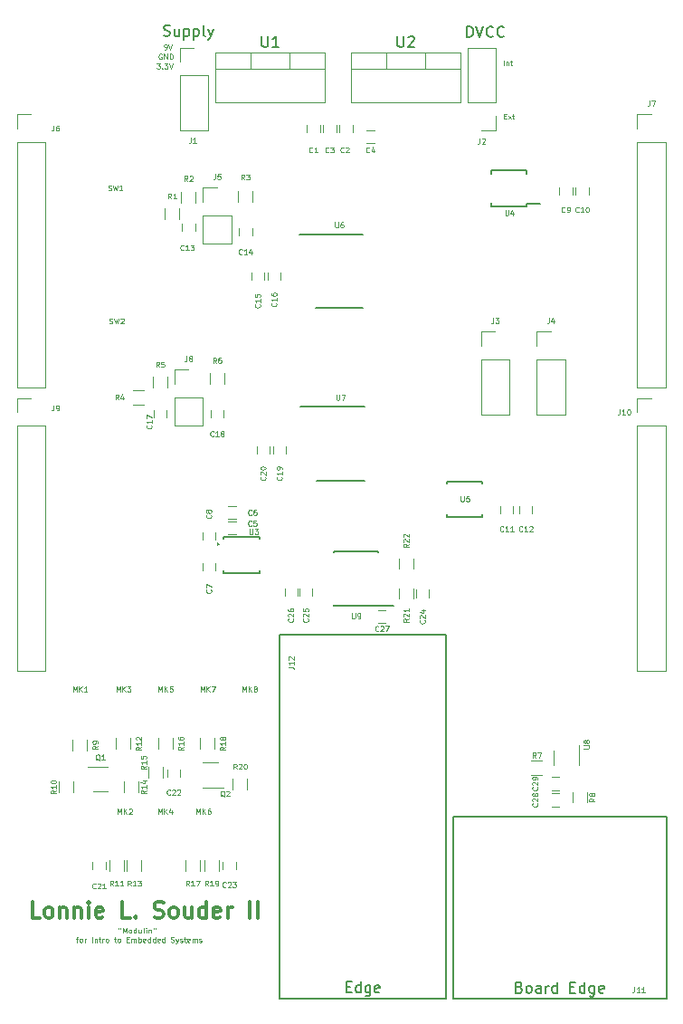
<source format=gto>
G04 #@! TF.FileFunction,Legend,Top*
%FSLAX46Y46*%
G04 Gerber Fmt 4.6, Leading zero omitted, Abs format (unit mm)*
G04 Created by KiCad (PCBNEW 4.0.7) date 12/04/17 13:23:29*
%MOMM*%
%LPD*%
G01*
G04 APERTURE LIST*
%ADD10C,0.100000*%
%ADD11C,0.300000*%
%ADD12C,0.200000*%
%ADD13C,0.120000*%
%ADD14C,0.150000*%
%ADD15C,0.152400*%
%ADD16C,0.075000*%
G04 APERTURE END LIST*
D10*
X132385834Y-146240190D02*
X132385834Y-146335429D01*
X132576310Y-146240190D02*
X132576310Y-146335429D01*
X132790596Y-146740190D02*
X132790596Y-146240190D01*
X132957262Y-146597333D01*
X133123929Y-146240190D01*
X133123929Y-146740190D01*
X133433453Y-146740190D02*
X133385834Y-146716381D01*
X133362025Y-146692571D01*
X133338215Y-146644952D01*
X133338215Y-146502095D01*
X133362025Y-146454476D01*
X133385834Y-146430667D01*
X133433453Y-146406857D01*
X133504882Y-146406857D01*
X133552501Y-146430667D01*
X133576310Y-146454476D01*
X133600120Y-146502095D01*
X133600120Y-146644952D01*
X133576310Y-146692571D01*
X133552501Y-146716381D01*
X133504882Y-146740190D01*
X133433453Y-146740190D01*
X134028691Y-146740190D02*
X134028691Y-146240190D01*
X134028691Y-146716381D02*
X133981072Y-146740190D01*
X133885834Y-146740190D01*
X133838215Y-146716381D01*
X133814406Y-146692571D01*
X133790596Y-146644952D01*
X133790596Y-146502095D01*
X133814406Y-146454476D01*
X133838215Y-146430667D01*
X133885834Y-146406857D01*
X133981072Y-146406857D01*
X134028691Y-146430667D01*
X134481072Y-146406857D02*
X134481072Y-146740190D01*
X134266787Y-146406857D02*
X134266787Y-146668762D01*
X134290596Y-146716381D01*
X134338215Y-146740190D01*
X134409644Y-146740190D01*
X134457263Y-146716381D01*
X134481072Y-146692571D01*
X134790596Y-146740190D02*
X134742977Y-146716381D01*
X134719168Y-146668762D01*
X134719168Y-146240190D01*
X134981073Y-146740190D02*
X134981073Y-146406857D01*
X134981073Y-146240190D02*
X134957263Y-146264000D01*
X134981073Y-146287810D01*
X135004882Y-146264000D01*
X134981073Y-146240190D01*
X134981073Y-146287810D01*
X135219168Y-146406857D02*
X135219168Y-146740190D01*
X135219168Y-146454476D02*
X135242977Y-146430667D01*
X135290596Y-146406857D01*
X135362025Y-146406857D01*
X135409644Y-146430667D01*
X135433453Y-146478286D01*
X135433453Y-146740190D01*
X135647739Y-146240190D02*
X135647739Y-146335429D01*
X135838215Y-146240190D02*
X135838215Y-146335429D01*
X128409645Y-147256857D02*
X128600121Y-147256857D01*
X128481074Y-147590190D02*
X128481074Y-147161619D01*
X128504883Y-147114000D01*
X128552502Y-147090190D01*
X128600121Y-147090190D01*
X128838216Y-147590190D02*
X128790597Y-147566381D01*
X128766788Y-147542571D01*
X128742978Y-147494952D01*
X128742978Y-147352095D01*
X128766788Y-147304476D01*
X128790597Y-147280667D01*
X128838216Y-147256857D01*
X128909645Y-147256857D01*
X128957264Y-147280667D01*
X128981073Y-147304476D01*
X129004883Y-147352095D01*
X129004883Y-147494952D01*
X128981073Y-147542571D01*
X128957264Y-147566381D01*
X128909645Y-147590190D01*
X128838216Y-147590190D01*
X129219169Y-147590190D02*
X129219169Y-147256857D01*
X129219169Y-147352095D02*
X129242978Y-147304476D01*
X129266788Y-147280667D01*
X129314407Y-147256857D01*
X129362026Y-147256857D01*
X129909645Y-147590190D02*
X129909645Y-147090190D01*
X130147740Y-147256857D02*
X130147740Y-147590190D01*
X130147740Y-147304476D02*
X130171549Y-147280667D01*
X130219168Y-147256857D01*
X130290597Y-147256857D01*
X130338216Y-147280667D01*
X130362025Y-147328286D01*
X130362025Y-147590190D01*
X130528692Y-147256857D02*
X130719168Y-147256857D01*
X130600121Y-147090190D02*
X130600121Y-147518762D01*
X130623930Y-147566381D01*
X130671549Y-147590190D01*
X130719168Y-147590190D01*
X130885835Y-147590190D02*
X130885835Y-147256857D01*
X130885835Y-147352095D02*
X130909644Y-147304476D01*
X130933454Y-147280667D01*
X130981073Y-147256857D01*
X131028692Y-147256857D01*
X131266787Y-147590190D02*
X131219168Y-147566381D01*
X131195359Y-147542571D01*
X131171549Y-147494952D01*
X131171549Y-147352095D01*
X131195359Y-147304476D01*
X131219168Y-147280667D01*
X131266787Y-147256857D01*
X131338216Y-147256857D01*
X131385835Y-147280667D01*
X131409644Y-147304476D01*
X131433454Y-147352095D01*
X131433454Y-147494952D01*
X131409644Y-147542571D01*
X131385835Y-147566381D01*
X131338216Y-147590190D01*
X131266787Y-147590190D01*
X131957263Y-147256857D02*
X132147739Y-147256857D01*
X132028692Y-147090190D02*
X132028692Y-147518762D01*
X132052501Y-147566381D01*
X132100120Y-147590190D01*
X132147739Y-147590190D01*
X132385834Y-147590190D02*
X132338215Y-147566381D01*
X132314406Y-147542571D01*
X132290596Y-147494952D01*
X132290596Y-147352095D01*
X132314406Y-147304476D01*
X132338215Y-147280667D01*
X132385834Y-147256857D01*
X132457263Y-147256857D01*
X132504882Y-147280667D01*
X132528691Y-147304476D01*
X132552501Y-147352095D01*
X132552501Y-147494952D01*
X132528691Y-147542571D01*
X132504882Y-147566381D01*
X132457263Y-147590190D01*
X132385834Y-147590190D01*
X133147739Y-147328286D02*
X133314405Y-147328286D01*
X133385834Y-147590190D02*
X133147739Y-147590190D01*
X133147739Y-147090190D01*
X133385834Y-147090190D01*
X133600120Y-147590190D02*
X133600120Y-147256857D01*
X133600120Y-147304476D02*
X133623929Y-147280667D01*
X133671548Y-147256857D01*
X133742977Y-147256857D01*
X133790596Y-147280667D01*
X133814405Y-147328286D01*
X133814405Y-147590190D01*
X133814405Y-147328286D02*
X133838215Y-147280667D01*
X133885834Y-147256857D01*
X133957262Y-147256857D01*
X134004882Y-147280667D01*
X134028691Y-147328286D01*
X134028691Y-147590190D01*
X134266787Y-147590190D02*
X134266787Y-147090190D01*
X134266787Y-147280667D02*
X134314406Y-147256857D01*
X134409644Y-147256857D01*
X134457263Y-147280667D01*
X134481072Y-147304476D01*
X134504882Y-147352095D01*
X134504882Y-147494952D01*
X134481072Y-147542571D01*
X134457263Y-147566381D01*
X134409644Y-147590190D01*
X134314406Y-147590190D01*
X134266787Y-147566381D01*
X134909644Y-147566381D02*
X134862025Y-147590190D01*
X134766787Y-147590190D01*
X134719168Y-147566381D01*
X134695358Y-147518762D01*
X134695358Y-147328286D01*
X134719168Y-147280667D01*
X134766787Y-147256857D01*
X134862025Y-147256857D01*
X134909644Y-147280667D01*
X134933453Y-147328286D01*
X134933453Y-147375905D01*
X134695358Y-147423524D01*
X135362024Y-147590190D02*
X135362024Y-147090190D01*
X135362024Y-147566381D02*
X135314405Y-147590190D01*
X135219167Y-147590190D01*
X135171548Y-147566381D01*
X135147739Y-147542571D01*
X135123929Y-147494952D01*
X135123929Y-147352095D01*
X135147739Y-147304476D01*
X135171548Y-147280667D01*
X135219167Y-147256857D01*
X135314405Y-147256857D01*
X135362024Y-147280667D01*
X135814405Y-147590190D02*
X135814405Y-147090190D01*
X135814405Y-147566381D02*
X135766786Y-147590190D01*
X135671548Y-147590190D01*
X135623929Y-147566381D01*
X135600120Y-147542571D01*
X135576310Y-147494952D01*
X135576310Y-147352095D01*
X135600120Y-147304476D01*
X135623929Y-147280667D01*
X135671548Y-147256857D01*
X135766786Y-147256857D01*
X135814405Y-147280667D01*
X136242977Y-147566381D02*
X136195358Y-147590190D01*
X136100120Y-147590190D01*
X136052501Y-147566381D01*
X136028691Y-147518762D01*
X136028691Y-147328286D01*
X136052501Y-147280667D01*
X136100120Y-147256857D01*
X136195358Y-147256857D01*
X136242977Y-147280667D01*
X136266786Y-147328286D01*
X136266786Y-147375905D01*
X136028691Y-147423524D01*
X136695357Y-147590190D02*
X136695357Y-147090190D01*
X136695357Y-147566381D02*
X136647738Y-147590190D01*
X136552500Y-147590190D01*
X136504881Y-147566381D01*
X136481072Y-147542571D01*
X136457262Y-147494952D01*
X136457262Y-147352095D01*
X136481072Y-147304476D01*
X136504881Y-147280667D01*
X136552500Y-147256857D01*
X136647738Y-147256857D01*
X136695357Y-147280667D01*
X137290595Y-147566381D02*
X137362024Y-147590190D01*
X137481071Y-147590190D01*
X137528690Y-147566381D01*
X137552500Y-147542571D01*
X137576309Y-147494952D01*
X137576309Y-147447333D01*
X137552500Y-147399714D01*
X137528690Y-147375905D01*
X137481071Y-147352095D01*
X137385833Y-147328286D01*
X137338214Y-147304476D01*
X137314405Y-147280667D01*
X137290595Y-147233048D01*
X137290595Y-147185429D01*
X137314405Y-147137810D01*
X137338214Y-147114000D01*
X137385833Y-147090190D01*
X137504881Y-147090190D01*
X137576309Y-147114000D01*
X137742976Y-147256857D02*
X137862023Y-147590190D01*
X137981071Y-147256857D02*
X137862023Y-147590190D01*
X137814404Y-147709238D01*
X137790595Y-147733048D01*
X137742976Y-147756857D01*
X138147737Y-147566381D02*
X138195356Y-147590190D01*
X138290594Y-147590190D01*
X138338213Y-147566381D01*
X138362023Y-147518762D01*
X138362023Y-147494952D01*
X138338213Y-147447333D01*
X138290594Y-147423524D01*
X138219166Y-147423524D01*
X138171547Y-147399714D01*
X138147737Y-147352095D01*
X138147737Y-147328286D01*
X138171547Y-147280667D01*
X138219166Y-147256857D01*
X138290594Y-147256857D01*
X138338213Y-147280667D01*
X138504880Y-147256857D02*
X138695356Y-147256857D01*
X138576309Y-147090190D02*
X138576309Y-147518762D01*
X138600118Y-147566381D01*
X138647737Y-147590190D01*
X138695356Y-147590190D01*
X139052499Y-147566381D02*
X139004880Y-147590190D01*
X138909642Y-147590190D01*
X138862023Y-147566381D01*
X138838213Y-147518762D01*
X138838213Y-147328286D01*
X138862023Y-147280667D01*
X138909642Y-147256857D01*
X139004880Y-147256857D01*
X139052499Y-147280667D01*
X139076308Y-147328286D01*
X139076308Y-147375905D01*
X138838213Y-147423524D01*
X139290594Y-147590190D02*
X139290594Y-147256857D01*
X139290594Y-147304476D02*
X139314403Y-147280667D01*
X139362022Y-147256857D01*
X139433451Y-147256857D01*
X139481070Y-147280667D01*
X139504879Y-147328286D01*
X139504879Y-147590190D01*
X139504879Y-147328286D02*
X139528689Y-147280667D01*
X139576308Y-147256857D01*
X139647736Y-147256857D01*
X139695356Y-147280667D01*
X139719165Y-147328286D01*
X139719165Y-147590190D01*
X139933451Y-147566381D02*
X139981070Y-147590190D01*
X140076308Y-147590190D01*
X140123927Y-147566381D01*
X140147737Y-147518762D01*
X140147737Y-147494952D01*
X140123927Y-147447333D01*
X140076308Y-147423524D01*
X140004880Y-147423524D01*
X139957261Y-147399714D01*
X139933451Y-147352095D01*
X139933451Y-147328286D01*
X139957261Y-147280667D01*
X140004880Y-147256857D01*
X140076308Y-147256857D01*
X140123927Y-147280667D01*
D11*
X125023429Y-145331571D02*
X124309143Y-145331571D01*
X124309143Y-143831571D01*
X125737715Y-145331571D02*
X125594857Y-145260143D01*
X125523429Y-145188714D01*
X125452000Y-145045857D01*
X125452000Y-144617286D01*
X125523429Y-144474429D01*
X125594857Y-144403000D01*
X125737715Y-144331571D01*
X125952000Y-144331571D01*
X126094857Y-144403000D01*
X126166286Y-144474429D01*
X126237715Y-144617286D01*
X126237715Y-145045857D01*
X126166286Y-145188714D01*
X126094857Y-145260143D01*
X125952000Y-145331571D01*
X125737715Y-145331571D01*
X126880572Y-144331571D02*
X126880572Y-145331571D01*
X126880572Y-144474429D02*
X126952000Y-144403000D01*
X127094858Y-144331571D01*
X127309143Y-144331571D01*
X127452000Y-144403000D01*
X127523429Y-144545857D01*
X127523429Y-145331571D01*
X128237715Y-144331571D02*
X128237715Y-145331571D01*
X128237715Y-144474429D02*
X128309143Y-144403000D01*
X128452001Y-144331571D01*
X128666286Y-144331571D01*
X128809143Y-144403000D01*
X128880572Y-144545857D01*
X128880572Y-145331571D01*
X129594858Y-145331571D02*
X129594858Y-144331571D01*
X129594858Y-143831571D02*
X129523429Y-143903000D01*
X129594858Y-143974429D01*
X129666286Y-143903000D01*
X129594858Y-143831571D01*
X129594858Y-143974429D01*
X130880572Y-145260143D02*
X130737715Y-145331571D01*
X130452001Y-145331571D01*
X130309144Y-145260143D01*
X130237715Y-145117286D01*
X130237715Y-144545857D01*
X130309144Y-144403000D01*
X130452001Y-144331571D01*
X130737715Y-144331571D01*
X130880572Y-144403000D01*
X130952001Y-144545857D01*
X130952001Y-144688714D01*
X130237715Y-144831571D01*
X133452001Y-145331571D02*
X132737715Y-145331571D01*
X132737715Y-143831571D01*
X133952001Y-145188714D02*
X134023429Y-145260143D01*
X133952001Y-145331571D01*
X133880572Y-145260143D01*
X133952001Y-145188714D01*
X133952001Y-145331571D01*
X135737715Y-145260143D02*
X135952001Y-145331571D01*
X136309144Y-145331571D01*
X136452001Y-145260143D01*
X136523430Y-145188714D01*
X136594858Y-145045857D01*
X136594858Y-144903000D01*
X136523430Y-144760143D01*
X136452001Y-144688714D01*
X136309144Y-144617286D01*
X136023430Y-144545857D01*
X135880572Y-144474429D01*
X135809144Y-144403000D01*
X135737715Y-144260143D01*
X135737715Y-144117286D01*
X135809144Y-143974429D01*
X135880572Y-143903000D01*
X136023430Y-143831571D01*
X136380572Y-143831571D01*
X136594858Y-143903000D01*
X137452001Y-145331571D02*
X137309143Y-145260143D01*
X137237715Y-145188714D01*
X137166286Y-145045857D01*
X137166286Y-144617286D01*
X137237715Y-144474429D01*
X137309143Y-144403000D01*
X137452001Y-144331571D01*
X137666286Y-144331571D01*
X137809143Y-144403000D01*
X137880572Y-144474429D01*
X137952001Y-144617286D01*
X137952001Y-145045857D01*
X137880572Y-145188714D01*
X137809143Y-145260143D01*
X137666286Y-145331571D01*
X137452001Y-145331571D01*
X139237715Y-144331571D02*
X139237715Y-145331571D01*
X138594858Y-144331571D02*
X138594858Y-145117286D01*
X138666286Y-145260143D01*
X138809144Y-145331571D01*
X139023429Y-145331571D01*
X139166286Y-145260143D01*
X139237715Y-145188714D01*
X140594858Y-145331571D02*
X140594858Y-143831571D01*
X140594858Y-145260143D02*
X140452001Y-145331571D01*
X140166287Y-145331571D01*
X140023429Y-145260143D01*
X139952001Y-145188714D01*
X139880572Y-145045857D01*
X139880572Y-144617286D01*
X139952001Y-144474429D01*
X140023429Y-144403000D01*
X140166287Y-144331571D01*
X140452001Y-144331571D01*
X140594858Y-144403000D01*
X141880572Y-145260143D02*
X141737715Y-145331571D01*
X141452001Y-145331571D01*
X141309144Y-145260143D01*
X141237715Y-145117286D01*
X141237715Y-144545857D01*
X141309144Y-144403000D01*
X141452001Y-144331571D01*
X141737715Y-144331571D01*
X141880572Y-144403000D01*
X141952001Y-144545857D01*
X141952001Y-144688714D01*
X141237715Y-144831571D01*
X142594858Y-145331571D02*
X142594858Y-144331571D01*
X142594858Y-144617286D02*
X142666286Y-144474429D01*
X142737715Y-144403000D01*
X142880572Y-144331571D01*
X143023429Y-144331571D01*
X144666286Y-145331571D02*
X144666286Y-143831571D01*
X145380572Y-145331571D02*
X145380572Y-143831571D01*
D12*
X165009524Y-62952381D02*
X165009524Y-61952381D01*
X165247619Y-61952381D01*
X165390477Y-62000000D01*
X165485715Y-62095238D01*
X165533334Y-62190476D01*
X165580953Y-62380952D01*
X165580953Y-62523810D01*
X165533334Y-62714286D01*
X165485715Y-62809524D01*
X165390477Y-62904762D01*
X165247619Y-62952381D01*
X165009524Y-62952381D01*
X165866667Y-61952381D02*
X166200000Y-62952381D01*
X166533334Y-61952381D01*
X167438096Y-62857143D02*
X167390477Y-62904762D01*
X167247620Y-62952381D01*
X167152382Y-62952381D01*
X167009524Y-62904762D01*
X166914286Y-62809524D01*
X166866667Y-62714286D01*
X166819048Y-62523810D01*
X166819048Y-62380952D01*
X166866667Y-62190476D01*
X166914286Y-62095238D01*
X167009524Y-62000000D01*
X167152382Y-61952381D01*
X167247620Y-61952381D01*
X167390477Y-62000000D01*
X167438096Y-62047619D01*
X168438096Y-62857143D02*
X168390477Y-62904762D01*
X168247620Y-62952381D01*
X168152382Y-62952381D01*
X168009524Y-62904762D01*
X167914286Y-62809524D01*
X167866667Y-62714286D01*
X167819048Y-62523810D01*
X167819048Y-62380952D01*
X167866667Y-62190476D01*
X167914286Y-62095238D01*
X168009524Y-62000000D01*
X168152382Y-61952381D01*
X168247620Y-61952381D01*
X168390477Y-62000000D01*
X168438096Y-62047619D01*
D10*
X168430953Y-65626190D02*
X168430953Y-65126190D01*
X168669048Y-65292857D02*
X168669048Y-65626190D01*
X168669048Y-65340476D02*
X168692857Y-65316667D01*
X168740476Y-65292857D01*
X168811905Y-65292857D01*
X168859524Y-65316667D01*
X168883333Y-65364286D01*
X168883333Y-65626190D01*
X169050000Y-65292857D02*
X169240476Y-65292857D01*
X169121429Y-65126190D02*
X169121429Y-65554762D01*
X169145238Y-65602381D01*
X169192857Y-65626190D01*
X169240476Y-65626190D01*
X168447620Y-70364286D02*
X168614286Y-70364286D01*
X168685715Y-70626190D02*
X168447620Y-70626190D01*
X168447620Y-70126190D01*
X168685715Y-70126190D01*
X168852382Y-70626190D02*
X169114286Y-70292857D01*
X168852382Y-70292857D02*
X169114286Y-70626190D01*
X169233334Y-70292857D02*
X169423810Y-70292857D01*
X169304763Y-70126190D02*
X169304763Y-70554762D01*
X169328572Y-70602381D01*
X169376191Y-70626190D01*
X169423810Y-70626190D01*
X135961906Y-65426190D02*
X136271429Y-65426190D01*
X136104763Y-65616667D01*
X136176191Y-65616667D01*
X136223810Y-65640476D01*
X136247620Y-65664286D01*
X136271429Y-65711905D01*
X136271429Y-65830952D01*
X136247620Y-65878571D01*
X136223810Y-65902381D01*
X136176191Y-65926190D01*
X136033334Y-65926190D01*
X135985715Y-65902381D01*
X135961906Y-65878571D01*
X136485715Y-65878571D02*
X136509524Y-65902381D01*
X136485715Y-65926190D01*
X136461905Y-65902381D01*
X136485715Y-65878571D01*
X136485715Y-65926190D01*
X136676191Y-65426190D02*
X136985714Y-65426190D01*
X136819048Y-65616667D01*
X136890476Y-65616667D01*
X136938095Y-65640476D01*
X136961905Y-65664286D01*
X136985714Y-65711905D01*
X136985714Y-65830952D01*
X136961905Y-65878571D01*
X136938095Y-65902381D01*
X136890476Y-65926190D01*
X136747619Y-65926190D01*
X136700000Y-65902381D01*
X136676191Y-65878571D01*
X137128571Y-65426190D02*
X137295238Y-65926190D01*
X137461904Y-65426190D01*
X136419047Y-64550000D02*
X136371428Y-64526190D01*
X136300000Y-64526190D01*
X136228571Y-64550000D01*
X136180952Y-64597619D01*
X136157143Y-64645238D01*
X136133333Y-64740476D01*
X136133333Y-64811905D01*
X136157143Y-64907143D01*
X136180952Y-64954762D01*
X136228571Y-65002381D01*
X136300000Y-65026190D01*
X136347619Y-65026190D01*
X136419047Y-65002381D01*
X136442857Y-64978571D01*
X136442857Y-64811905D01*
X136347619Y-64811905D01*
X136657143Y-65026190D02*
X136657143Y-64526190D01*
X136942857Y-65026190D01*
X136942857Y-64526190D01*
X137180953Y-65026190D02*
X137180953Y-64526190D01*
X137300000Y-64526190D01*
X137371429Y-64550000D01*
X137419048Y-64597619D01*
X137442857Y-64645238D01*
X137466667Y-64740476D01*
X137466667Y-64811905D01*
X137442857Y-64907143D01*
X137419048Y-64954762D01*
X137371429Y-65002381D01*
X137300000Y-65026190D01*
X137180953Y-65026190D01*
X136690477Y-64126190D02*
X136785715Y-64126190D01*
X136833334Y-64102381D01*
X136857144Y-64078571D01*
X136904763Y-64007143D01*
X136928572Y-63911905D01*
X136928572Y-63721429D01*
X136904763Y-63673810D01*
X136880953Y-63650000D01*
X136833334Y-63626190D01*
X136738096Y-63626190D01*
X136690477Y-63650000D01*
X136666668Y-63673810D01*
X136642858Y-63721429D01*
X136642858Y-63840476D01*
X136666668Y-63888095D01*
X136690477Y-63911905D01*
X136738096Y-63935714D01*
X136833334Y-63935714D01*
X136880953Y-63911905D01*
X136904763Y-63888095D01*
X136928572Y-63840476D01*
X137071429Y-63626190D02*
X137238096Y-64126190D01*
X137404762Y-63626190D01*
D12*
X136614285Y-62804762D02*
X136757142Y-62852381D01*
X136995238Y-62852381D01*
X137090476Y-62804762D01*
X137138095Y-62757143D01*
X137185714Y-62661905D01*
X137185714Y-62566667D01*
X137138095Y-62471429D01*
X137090476Y-62423810D01*
X136995238Y-62376190D01*
X136804761Y-62328571D01*
X136709523Y-62280952D01*
X136661904Y-62233333D01*
X136614285Y-62138095D01*
X136614285Y-62042857D01*
X136661904Y-61947619D01*
X136709523Y-61900000D01*
X136804761Y-61852381D01*
X137042857Y-61852381D01*
X137185714Y-61900000D01*
X138042857Y-62185714D02*
X138042857Y-62852381D01*
X137614285Y-62185714D02*
X137614285Y-62709524D01*
X137661904Y-62804762D01*
X137757142Y-62852381D01*
X137900000Y-62852381D01*
X137995238Y-62804762D01*
X138042857Y-62757143D01*
X138519047Y-62185714D02*
X138519047Y-63185714D01*
X138519047Y-62233333D02*
X138614285Y-62185714D01*
X138804762Y-62185714D01*
X138900000Y-62233333D01*
X138947619Y-62280952D01*
X138995238Y-62376190D01*
X138995238Y-62661905D01*
X138947619Y-62757143D01*
X138900000Y-62804762D01*
X138804762Y-62852381D01*
X138614285Y-62852381D01*
X138519047Y-62804762D01*
X139423809Y-62185714D02*
X139423809Y-63185714D01*
X139423809Y-62233333D02*
X139519047Y-62185714D01*
X139709524Y-62185714D01*
X139804762Y-62233333D01*
X139852381Y-62280952D01*
X139900000Y-62376190D01*
X139900000Y-62661905D01*
X139852381Y-62757143D01*
X139804762Y-62804762D01*
X139709524Y-62852381D01*
X139519047Y-62852381D01*
X139423809Y-62804762D01*
X140471428Y-62852381D02*
X140376190Y-62804762D01*
X140328571Y-62709524D01*
X140328571Y-61852381D01*
X140757143Y-62185714D02*
X140995238Y-62852381D01*
X141233334Y-62185714D02*
X140995238Y-62852381D01*
X140900000Y-63090476D01*
X140852381Y-63138095D01*
X140757143Y-63185714D01*
D13*
X150022000Y-71851000D02*
X150022000Y-71151000D01*
X151222000Y-71151000D02*
X151222000Y-71851000D01*
X153070000Y-71851000D02*
X153070000Y-71151000D01*
X154270000Y-71151000D02*
X154270000Y-71851000D01*
X151546000Y-71851000D02*
X151546000Y-71151000D01*
X152746000Y-71151000D02*
X152746000Y-71851000D01*
X155606000Y-71663000D02*
X156306000Y-71663000D01*
X156306000Y-72863000D02*
X155606000Y-72863000D01*
X143352000Y-109439000D02*
X142652000Y-109439000D01*
X142652000Y-108239000D02*
X143352000Y-108239000D01*
X143352000Y-108042000D02*
X142652000Y-108042000D01*
X142652000Y-106842000D02*
X143352000Y-106842000D01*
X140243000Y-112872000D02*
X140243000Y-112172000D01*
X141443000Y-112172000D02*
X141443000Y-112872000D01*
X141443000Y-109251000D02*
X141443000Y-109951000D01*
X140243000Y-109951000D02*
X140243000Y-109251000D01*
X174844000Y-76993000D02*
X174844000Y-77693000D01*
X173644000Y-77693000D02*
X173644000Y-76993000D01*
X176368000Y-76993000D02*
X176368000Y-77693000D01*
X175168000Y-77693000D02*
X175168000Y-76993000D01*
X169319500Y-106838000D02*
X169319500Y-107538000D01*
X168119500Y-107538000D02*
X168119500Y-106838000D01*
X171097500Y-106838000D02*
X171097500Y-107538000D01*
X169897500Y-107538000D02*
X169897500Y-106838000D01*
X138338000Y-81122000D02*
X138338000Y-80422000D01*
X139538000Y-80422000D02*
X139538000Y-81122000D01*
X144872000Y-80803000D02*
X144872000Y-81503000D01*
X143672000Y-81503000D02*
X143672000Y-80803000D01*
X144815000Y-85694000D02*
X144815000Y-84994000D01*
X146015000Y-84994000D02*
X146015000Y-85694000D01*
X146339000Y-85694000D02*
X146339000Y-84994000D01*
X147539000Y-84994000D02*
X147539000Y-85694000D01*
X135671000Y-98521000D02*
X135671000Y-97821000D01*
X136871000Y-97821000D02*
X136871000Y-98521000D01*
X142205000Y-97821000D02*
X142205000Y-98521000D01*
X141005000Y-98521000D02*
X141005000Y-97821000D01*
X146847000Y-101950000D02*
X146847000Y-101250000D01*
X148047000Y-101250000D02*
X148047000Y-101950000D01*
X145323000Y-101950000D02*
X145323000Y-101250000D01*
X146523000Y-101250000D02*
X146523000Y-101950000D01*
X131156000Y-140112000D02*
X131156000Y-140812000D01*
X129956000Y-140812000D02*
X129956000Y-140112000D01*
X136941000Y-132176000D02*
X136941000Y-131476000D01*
X138141000Y-131476000D02*
X138141000Y-132176000D01*
X143348000Y-140112000D02*
X143348000Y-140812000D01*
X142148000Y-140812000D02*
X142148000Y-140112000D01*
X160245500Y-115348500D02*
X160245500Y-114648500D01*
X161445500Y-114648500D02*
X161445500Y-115348500D01*
X149323500Y-115221500D02*
X149323500Y-114521500D01*
X150523500Y-114521500D02*
X150523500Y-115221500D01*
X149126500Y-114521500D02*
X149126500Y-115221500D01*
X147926500Y-115221500D02*
X147926500Y-114521500D01*
X157385500Y-117757500D02*
X156685500Y-117757500D01*
X156685500Y-116557500D02*
X157385500Y-116557500D01*
X138116000Y-71688000D02*
X140776000Y-71688000D01*
X138116000Y-66548000D02*
X138116000Y-71688000D01*
X140776000Y-66548000D02*
X140776000Y-71688000D01*
X138116000Y-66548000D02*
X140776000Y-66548000D01*
X138116000Y-65278000D02*
X138116000Y-63948000D01*
X138116000Y-63948000D02*
X139446000Y-63948000D01*
X167700000Y-63948000D02*
X165040000Y-63948000D01*
X167700000Y-69088000D02*
X167700000Y-63948000D01*
X165040000Y-69088000D02*
X165040000Y-63948000D01*
X167700000Y-69088000D02*
X165040000Y-69088000D01*
X167700000Y-70358000D02*
X167700000Y-71688000D01*
X167700000Y-71688000D02*
X166370000Y-71688000D01*
X166310000Y-98231000D02*
X168970000Y-98231000D01*
X166310000Y-93091000D02*
X166310000Y-98231000D01*
X168970000Y-93091000D02*
X168970000Y-98231000D01*
X166310000Y-93091000D02*
X168970000Y-93091000D01*
X166310000Y-91821000D02*
X166310000Y-90491000D01*
X166310000Y-90491000D02*
X167640000Y-90491000D01*
X171517000Y-98231000D02*
X174177000Y-98231000D01*
X171517000Y-93091000D02*
X171517000Y-98231000D01*
X174177000Y-93091000D02*
X174177000Y-98231000D01*
X171517000Y-93091000D02*
X174177000Y-93091000D01*
X171517000Y-91821000D02*
X171517000Y-90491000D01*
X171517000Y-90491000D02*
X172847000Y-90491000D01*
X140275000Y-82229000D02*
X142935000Y-82229000D01*
X140275000Y-79629000D02*
X140275000Y-82229000D01*
X142935000Y-79629000D02*
X142935000Y-82229000D01*
X140275000Y-79629000D02*
X142935000Y-79629000D01*
X140275000Y-78359000D02*
X140275000Y-77029000D01*
X140275000Y-77029000D02*
X141605000Y-77029000D01*
X122876000Y-95691000D02*
X125536000Y-95691000D01*
X122876000Y-72771000D02*
X122876000Y-95691000D01*
X125536000Y-72771000D02*
X125536000Y-95691000D01*
X122876000Y-72771000D02*
X125536000Y-72771000D01*
X122876000Y-71501000D02*
X122876000Y-70171000D01*
X122876000Y-70171000D02*
X124206000Y-70171000D01*
X180915000Y-95691000D02*
X183575000Y-95691000D01*
X180915000Y-72771000D02*
X180915000Y-95691000D01*
X183575000Y-72771000D02*
X183575000Y-95691000D01*
X180915000Y-72771000D02*
X183575000Y-72771000D01*
X180915000Y-71501000D02*
X180915000Y-70171000D01*
X180915000Y-70171000D02*
X182245000Y-70171000D01*
X137608000Y-99247000D02*
X140268000Y-99247000D01*
X137608000Y-96647000D02*
X137608000Y-99247000D01*
X140268000Y-96647000D02*
X140268000Y-99247000D01*
X137608000Y-96647000D02*
X140268000Y-96647000D01*
X137608000Y-95377000D02*
X137608000Y-94047000D01*
X137608000Y-94047000D02*
X138938000Y-94047000D01*
X122876000Y-122234000D02*
X125536000Y-122234000D01*
X122876000Y-99314000D02*
X122876000Y-122234000D01*
X125536000Y-99314000D02*
X125536000Y-122234000D01*
X122876000Y-99314000D02*
X125536000Y-99314000D01*
X122876000Y-98044000D02*
X122876000Y-96714000D01*
X122876000Y-96714000D02*
X124206000Y-96714000D01*
X180915000Y-122234000D02*
X183575000Y-122234000D01*
X180915000Y-99314000D02*
X180915000Y-122234000D01*
X183575000Y-99314000D02*
X183575000Y-122234000D01*
X180915000Y-99314000D02*
X183575000Y-99314000D01*
X180915000Y-98044000D02*
X180915000Y-96714000D01*
X180915000Y-96714000D02*
X182245000Y-96714000D01*
D14*
X163672500Y-152890500D02*
X183672500Y-152890500D01*
X183672500Y-135890500D02*
X183672500Y-152890500D01*
X183672500Y-135890500D02*
X163672500Y-135890500D01*
X163672500Y-135890500D02*
X163672500Y-152890500D01*
X163068000Y-152895300D02*
X147447000Y-152895300D01*
X147447000Y-152895300D02*
X147447000Y-118859300D01*
X147447000Y-118859300D02*
X163068000Y-118859300D01*
X163068000Y-118859300D02*
X163068000Y-152895300D01*
D13*
X131383000Y-131174000D02*
X129483000Y-131174000D01*
X129983000Y-133494000D02*
X131383000Y-133494000D01*
X140270000Y-133113000D02*
X142170000Y-133113000D01*
X141670000Y-130793000D02*
X140270000Y-130793000D01*
X136734000Y-80002000D02*
X136734000Y-79002000D01*
X138094000Y-79002000D02*
X138094000Y-80002000D01*
X138258000Y-78478000D02*
X138258000Y-77478000D01*
X139618000Y-77478000D02*
X139618000Y-78478000D01*
X144952000Y-77351000D02*
X144952000Y-78351000D01*
X143592000Y-78351000D02*
X143592000Y-77351000D01*
X133739000Y-95967000D02*
X134739000Y-95967000D01*
X134739000Y-97327000D02*
X133739000Y-97327000D01*
X135591000Y-95750000D02*
X135591000Y-94750000D01*
X136951000Y-94750000D02*
X136951000Y-95750000D01*
X142285000Y-94369000D02*
X142285000Y-95369000D01*
X140925000Y-95369000D02*
X140925000Y-94369000D01*
X172013500Y-131934500D02*
X171013500Y-131934500D01*
X171013500Y-130574500D02*
X172013500Y-130574500D01*
X174897500Y-134548500D02*
X174897500Y-133548500D01*
X176257500Y-133548500D02*
X176257500Y-134548500D01*
X128098000Y-129659000D02*
X128098000Y-128659000D01*
X129458000Y-128659000D02*
X129458000Y-129659000D01*
X126782000Y-133596000D02*
X126782000Y-132596000D01*
X128142000Y-132596000D02*
X128142000Y-133596000D01*
X131527000Y-140962000D02*
X131527000Y-139962000D01*
X132887000Y-139962000D02*
X132887000Y-140962000D01*
X132162000Y-129532000D02*
X132162000Y-128532000D01*
X133522000Y-128532000D02*
X133522000Y-129532000D01*
X134538000Y-139962000D02*
X134538000Y-140962000D01*
X133178000Y-140962000D02*
X133178000Y-139962000D01*
X132924000Y-133596000D02*
X132924000Y-132596000D01*
X134284000Y-132596000D02*
X134284000Y-133596000D01*
X135210000Y-132199000D02*
X135210000Y-131199000D01*
X136570000Y-131199000D02*
X136570000Y-132199000D01*
X136099000Y-129532000D02*
X136099000Y-128532000D01*
X137459000Y-128532000D02*
X137459000Y-129532000D01*
X138639000Y-140962000D02*
X138639000Y-139962000D01*
X139999000Y-139962000D02*
X139999000Y-140962000D01*
X140036000Y-129532000D02*
X140036000Y-128532000D01*
X141396000Y-128532000D02*
X141396000Y-129532000D01*
X141777000Y-139962000D02*
X141777000Y-140962000D01*
X140417000Y-140962000D02*
X140417000Y-139962000D01*
X143084000Y-133342000D02*
X143084000Y-132342000D01*
X144444000Y-132342000D02*
X144444000Y-133342000D01*
X160001500Y-114498500D02*
X160001500Y-115498500D01*
X158641500Y-115498500D02*
X158641500Y-114498500D01*
X160001500Y-111704500D02*
X160001500Y-112704500D01*
X158641500Y-112704500D02*
X158641500Y-111704500D01*
D15*
X142214600Y-113055400D02*
X145567400Y-113055400D01*
X145567400Y-113055400D02*
X145567400Y-112864141D01*
X145567400Y-109702600D02*
X142214600Y-109702600D01*
X142214600Y-109702600D02*
X142214600Y-109893859D01*
X142214600Y-112864141D02*
X142214600Y-113055400D01*
X145567400Y-109893859D02*
X145567400Y-109702600D01*
X141648654Y-110445864D02*
G75*
G03X141685200Y-110302800I36546J66864D01*
G01*
D14*
X170585000Y-78764000D02*
X170585000Y-78539000D01*
X167235000Y-78764000D02*
X167235000Y-78464000D01*
X167235000Y-75414000D02*
X167235000Y-75714000D01*
X170585000Y-75414000D02*
X170585000Y-75714000D01*
X170585000Y-78764000D02*
X167235000Y-78764000D01*
X170585000Y-75414000D02*
X167235000Y-75414000D01*
X170585000Y-78539000D02*
X171810000Y-78539000D01*
D15*
X163148690Y-107803201D02*
X166450690Y-107803201D01*
X166450690Y-107803201D02*
X166450690Y-107624642D01*
X166450690Y-104501201D02*
X163148690Y-104501201D01*
X163148690Y-104501201D02*
X163148690Y-104679760D01*
X163148690Y-107624642D02*
X163148690Y-107803201D01*
X166450690Y-104679760D02*
X166450690Y-104501201D01*
D14*
X150810000Y-88286000D02*
X155260000Y-88286000D01*
X149285000Y-81386000D02*
X155260000Y-81386000D01*
X150937000Y-104415000D02*
X155387000Y-104415000D01*
X149412000Y-97515000D02*
X155387000Y-97515000D01*
D13*
X175467500Y-131065500D02*
X175467500Y-129165500D01*
X173147500Y-129665500D02*
X173147500Y-131065500D01*
D14*
X156697500Y-116176500D02*
X156697500Y-116126500D01*
X152547500Y-116176500D02*
X152547500Y-116031500D01*
X152547500Y-111026500D02*
X152547500Y-111171500D01*
X156697500Y-111026500D02*
X156697500Y-111171500D01*
X156697500Y-116176500D02*
X152547500Y-116176500D01*
X156697500Y-111026500D02*
X152547500Y-111026500D01*
X156697500Y-116126500D02*
X158097500Y-116126500D01*
D13*
X172941500Y-133702500D02*
X173641500Y-133702500D01*
X173641500Y-134902500D02*
X172941500Y-134902500D01*
X172941500Y-132178500D02*
X173641500Y-132178500D01*
X173641500Y-133378500D02*
X172941500Y-133378500D01*
X141438000Y-64436000D02*
X151678000Y-64436000D01*
X141438000Y-69077000D02*
X151678000Y-69077000D01*
X141438000Y-64436000D02*
X141438000Y-69077000D01*
X151678000Y-64436000D02*
X151678000Y-69077000D01*
X141438000Y-65946000D02*
X151678000Y-65946000D01*
X144708000Y-64436000D02*
X144708000Y-65946000D01*
X148409000Y-64436000D02*
X148409000Y-65946000D01*
X154138000Y-64436000D02*
X164378000Y-64436000D01*
X154138000Y-69077000D02*
X164378000Y-69077000D01*
X154138000Y-64436000D02*
X154138000Y-69077000D01*
X164378000Y-64436000D02*
X164378000Y-69077000D01*
X154138000Y-65946000D02*
X164378000Y-65946000D01*
X157408000Y-64436000D02*
X157408000Y-65946000D01*
X161109000Y-64436000D02*
X161109000Y-65946000D01*
D16*
X150538667Y-73711571D02*
X150514857Y-73735381D01*
X150443429Y-73759190D01*
X150395810Y-73759190D01*
X150324381Y-73735381D01*
X150276762Y-73687762D01*
X150252953Y-73640143D01*
X150229143Y-73544905D01*
X150229143Y-73473476D01*
X150252953Y-73378238D01*
X150276762Y-73330619D01*
X150324381Y-73283000D01*
X150395810Y-73259190D01*
X150443429Y-73259190D01*
X150514857Y-73283000D01*
X150538667Y-73306810D01*
X151014857Y-73759190D02*
X150729143Y-73759190D01*
X150872000Y-73759190D02*
X150872000Y-73259190D01*
X150824381Y-73330619D01*
X150776762Y-73378238D01*
X150729143Y-73402048D01*
X153459667Y-73711571D02*
X153435857Y-73735381D01*
X153364429Y-73759190D01*
X153316810Y-73759190D01*
X153245381Y-73735381D01*
X153197762Y-73687762D01*
X153173953Y-73640143D01*
X153150143Y-73544905D01*
X153150143Y-73473476D01*
X153173953Y-73378238D01*
X153197762Y-73330619D01*
X153245381Y-73283000D01*
X153316810Y-73259190D01*
X153364429Y-73259190D01*
X153435857Y-73283000D01*
X153459667Y-73306810D01*
X153650143Y-73306810D02*
X153673953Y-73283000D01*
X153721572Y-73259190D01*
X153840619Y-73259190D01*
X153888238Y-73283000D01*
X153912048Y-73306810D01*
X153935857Y-73354429D01*
X153935857Y-73402048D01*
X153912048Y-73473476D01*
X153626334Y-73759190D01*
X153935857Y-73759190D01*
X152062667Y-73711571D02*
X152038857Y-73735381D01*
X151967429Y-73759190D01*
X151919810Y-73759190D01*
X151848381Y-73735381D01*
X151800762Y-73687762D01*
X151776953Y-73640143D01*
X151753143Y-73544905D01*
X151753143Y-73473476D01*
X151776953Y-73378238D01*
X151800762Y-73330619D01*
X151848381Y-73283000D01*
X151919810Y-73259190D01*
X151967429Y-73259190D01*
X152038857Y-73283000D01*
X152062667Y-73306810D01*
X152229334Y-73259190D02*
X152538857Y-73259190D01*
X152372191Y-73449667D01*
X152443619Y-73449667D01*
X152491238Y-73473476D01*
X152515048Y-73497286D01*
X152538857Y-73544905D01*
X152538857Y-73663952D01*
X152515048Y-73711571D01*
X152491238Y-73735381D01*
X152443619Y-73759190D01*
X152300762Y-73759190D01*
X152253143Y-73735381D01*
X152229334Y-73711571D01*
X155872667Y-73711571D02*
X155848857Y-73735381D01*
X155777429Y-73759190D01*
X155729810Y-73759190D01*
X155658381Y-73735381D01*
X155610762Y-73687762D01*
X155586953Y-73640143D01*
X155563143Y-73544905D01*
X155563143Y-73473476D01*
X155586953Y-73378238D01*
X155610762Y-73330619D01*
X155658381Y-73283000D01*
X155729810Y-73259190D01*
X155777429Y-73259190D01*
X155848857Y-73283000D01*
X155872667Y-73306810D01*
X156301238Y-73425857D02*
X156301238Y-73759190D01*
X156182191Y-73235381D02*
X156063143Y-73592524D01*
X156372667Y-73592524D01*
X144823667Y-108636571D02*
X144799857Y-108660381D01*
X144728429Y-108684190D01*
X144680810Y-108684190D01*
X144609381Y-108660381D01*
X144561762Y-108612762D01*
X144537953Y-108565143D01*
X144514143Y-108469905D01*
X144514143Y-108398476D01*
X144537953Y-108303238D01*
X144561762Y-108255619D01*
X144609381Y-108208000D01*
X144680810Y-108184190D01*
X144728429Y-108184190D01*
X144799857Y-108208000D01*
X144823667Y-108231810D01*
X145276048Y-108184190D02*
X145037953Y-108184190D01*
X145014143Y-108422286D01*
X145037953Y-108398476D01*
X145085572Y-108374667D01*
X145204619Y-108374667D01*
X145252238Y-108398476D01*
X145276048Y-108422286D01*
X145299857Y-108469905D01*
X145299857Y-108588952D01*
X145276048Y-108636571D01*
X145252238Y-108660381D01*
X145204619Y-108684190D01*
X145085572Y-108684190D01*
X145037953Y-108660381D01*
X145014143Y-108636571D01*
X144823667Y-107620571D02*
X144799857Y-107644381D01*
X144728429Y-107668190D01*
X144680810Y-107668190D01*
X144609381Y-107644381D01*
X144561762Y-107596762D01*
X144537953Y-107549143D01*
X144514143Y-107453905D01*
X144514143Y-107382476D01*
X144537953Y-107287238D01*
X144561762Y-107239619D01*
X144609381Y-107192000D01*
X144680810Y-107168190D01*
X144728429Y-107168190D01*
X144799857Y-107192000D01*
X144823667Y-107215810D01*
X145252238Y-107168190D02*
X145157000Y-107168190D01*
X145109381Y-107192000D01*
X145085572Y-107215810D01*
X145037953Y-107287238D01*
X145014143Y-107382476D01*
X145014143Y-107572952D01*
X145037953Y-107620571D01*
X145061762Y-107644381D01*
X145109381Y-107668190D01*
X145204619Y-107668190D01*
X145252238Y-107644381D01*
X145276048Y-107620571D01*
X145299857Y-107572952D01*
X145299857Y-107453905D01*
X145276048Y-107406286D01*
X145252238Y-107382476D01*
X145204619Y-107358667D01*
X145109381Y-107358667D01*
X145061762Y-107382476D01*
X145037953Y-107406286D01*
X145014143Y-107453905D01*
X141021571Y-114637333D02*
X141045381Y-114661143D01*
X141069190Y-114732571D01*
X141069190Y-114780190D01*
X141045381Y-114851619D01*
X140997762Y-114899238D01*
X140950143Y-114923047D01*
X140854905Y-114946857D01*
X140783476Y-114946857D01*
X140688238Y-114923047D01*
X140640619Y-114899238D01*
X140593000Y-114851619D01*
X140569190Y-114780190D01*
X140569190Y-114732571D01*
X140593000Y-114661143D01*
X140616810Y-114637333D01*
X140569190Y-114470666D02*
X140569190Y-114137333D01*
X141069190Y-114351619D01*
X141021571Y-107652333D02*
X141045381Y-107676143D01*
X141069190Y-107747571D01*
X141069190Y-107795190D01*
X141045381Y-107866619D01*
X140997762Y-107914238D01*
X140950143Y-107938047D01*
X140854905Y-107961857D01*
X140783476Y-107961857D01*
X140688238Y-107938047D01*
X140640619Y-107914238D01*
X140593000Y-107866619D01*
X140569190Y-107795190D01*
X140569190Y-107747571D01*
X140593000Y-107676143D01*
X140616810Y-107652333D01*
X140783476Y-107366619D02*
X140759667Y-107414238D01*
X140735857Y-107438047D01*
X140688238Y-107461857D01*
X140664429Y-107461857D01*
X140616810Y-107438047D01*
X140593000Y-107414238D01*
X140569190Y-107366619D01*
X140569190Y-107271381D01*
X140593000Y-107223762D01*
X140616810Y-107199952D01*
X140664429Y-107176143D01*
X140688238Y-107176143D01*
X140735857Y-107199952D01*
X140759667Y-107223762D01*
X140783476Y-107271381D01*
X140783476Y-107366619D01*
X140807286Y-107414238D01*
X140831095Y-107438047D01*
X140878714Y-107461857D01*
X140973952Y-107461857D01*
X141021571Y-107438047D01*
X141045381Y-107414238D01*
X141069190Y-107366619D01*
X141069190Y-107271381D01*
X141045381Y-107223762D01*
X141021571Y-107199952D01*
X140973952Y-107176143D01*
X140878714Y-107176143D01*
X140831095Y-107199952D01*
X140807286Y-107223762D01*
X140783476Y-107271381D01*
X174160667Y-79299571D02*
X174136857Y-79323381D01*
X174065429Y-79347190D01*
X174017810Y-79347190D01*
X173946381Y-79323381D01*
X173898762Y-79275762D01*
X173874953Y-79228143D01*
X173851143Y-79132905D01*
X173851143Y-79061476D01*
X173874953Y-78966238D01*
X173898762Y-78918619D01*
X173946381Y-78871000D01*
X174017810Y-78847190D01*
X174065429Y-78847190D01*
X174136857Y-78871000D01*
X174160667Y-78894810D01*
X174398762Y-79347190D02*
X174494000Y-79347190D01*
X174541619Y-79323381D01*
X174565429Y-79299571D01*
X174613048Y-79228143D01*
X174636857Y-79132905D01*
X174636857Y-78942429D01*
X174613048Y-78894810D01*
X174589238Y-78871000D01*
X174541619Y-78847190D01*
X174446381Y-78847190D01*
X174398762Y-78871000D01*
X174374953Y-78894810D01*
X174351143Y-78942429D01*
X174351143Y-79061476D01*
X174374953Y-79109095D01*
X174398762Y-79132905D01*
X174446381Y-79156714D01*
X174541619Y-79156714D01*
X174589238Y-79132905D01*
X174613048Y-79109095D01*
X174636857Y-79061476D01*
X175446572Y-79299571D02*
X175422762Y-79323381D01*
X175351334Y-79347190D01*
X175303715Y-79347190D01*
X175232286Y-79323381D01*
X175184667Y-79275762D01*
X175160858Y-79228143D01*
X175137048Y-79132905D01*
X175137048Y-79061476D01*
X175160858Y-78966238D01*
X175184667Y-78918619D01*
X175232286Y-78871000D01*
X175303715Y-78847190D01*
X175351334Y-78847190D01*
X175422762Y-78871000D01*
X175446572Y-78894810D01*
X175922762Y-79347190D02*
X175637048Y-79347190D01*
X175779905Y-79347190D02*
X175779905Y-78847190D01*
X175732286Y-78918619D01*
X175684667Y-78966238D01*
X175637048Y-78990048D01*
X176232286Y-78847190D02*
X176279905Y-78847190D01*
X176327524Y-78871000D01*
X176351333Y-78894810D01*
X176375143Y-78942429D01*
X176398952Y-79037667D01*
X176398952Y-79156714D01*
X176375143Y-79251952D01*
X176351333Y-79299571D01*
X176327524Y-79323381D01*
X176279905Y-79347190D01*
X176232286Y-79347190D01*
X176184667Y-79323381D01*
X176160857Y-79299571D01*
X176137048Y-79251952D01*
X176113238Y-79156714D01*
X176113238Y-79037667D01*
X176137048Y-78942429D01*
X176160857Y-78894810D01*
X176184667Y-78871000D01*
X176232286Y-78847190D01*
X168398072Y-109144571D02*
X168374262Y-109168381D01*
X168302834Y-109192190D01*
X168255215Y-109192190D01*
X168183786Y-109168381D01*
X168136167Y-109120762D01*
X168112358Y-109073143D01*
X168088548Y-108977905D01*
X168088548Y-108906476D01*
X168112358Y-108811238D01*
X168136167Y-108763619D01*
X168183786Y-108716000D01*
X168255215Y-108692190D01*
X168302834Y-108692190D01*
X168374262Y-108716000D01*
X168398072Y-108739810D01*
X168874262Y-109192190D02*
X168588548Y-109192190D01*
X168731405Y-109192190D02*
X168731405Y-108692190D01*
X168683786Y-108763619D01*
X168636167Y-108811238D01*
X168588548Y-108835048D01*
X169350452Y-109192190D02*
X169064738Y-109192190D01*
X169207595Y-109192190D02*
X169207595Y-108692190D01*
X169159976Y-108763619D01*
X169112357Y-108811238D01*
X169064738Y-108835048D01*
X170176072Y-109144571D02*
X170152262Y-109168381D01*
X170080834Y-109192190D01*
X170033215Y-109192190D01*
X169961786Y-109168381D01*
X169914167Y-109120762D01*
X169890358Y-109073143D01*
X169866548Y-108977905D01*
X169866548Y-108906476D01*
X169890358Y-108811238D01*
X169914167Y-108763619D01*
X169961786Y-108716000D01*
X170033215Y-108692190D01*
X170080834Y-108692190D01*
X170152262Y-108716000D01*
X170176072Y-108739810D01*
X170652262Y-109192190D02*
X170366548Y-109192190D01*
X170509405Y-109192190D02*
X170509405Y-108692190D01*
X170461786Y-108763619D01*
X170414167Y-108811238D01*
X170366548Y-108835048D01*
X170842738Y-108739810D02*
X170866548Y-108716000D01*
X170914167Y-108692190D01*
X171033214Y-108692190D01*
X171080833Y-108716000D01*
X171104643Y-108739810D01*
X171128452Y-108787429D01*
X171128452Y-108835048D01*
X171104643Y-108906476D01*
X170818929Y-109192190D01*
X171128452Y-109192190D01*
X138489572Y-82855571D02*
X138465762Y-82879381D01*
X138394334Y-82903190D01*
X138346715Y-82903190D01*
X138275286Y-82879381D01*
X138227667Y-82831762D01*
X138203858Y-82784143D01*
X138180048Y-82688905D01*
X138180048Y-82617476D01*
X138203858Y-82522238D01*
X138227667Y-82474619D01*
X138275286Y-82427000D01*
X138346715Y-82403190D01*
X138394334Y-82403190D01*
X138465762Y-82427000D01*
X138489572Y-82450810D01*
X138965762Y-82903190D02*
X138680048Y-82903190D01*
X138822905Y-82903190D02*
X138822905Y-82403190D01*
X138775286Y-82474619D01*
X138727667Y-82522238D01*
X138680048Y-82546048D01*
X139132429Y-82403190D02*
X139441952Y-82403190D01*
X139275286Y-82593667D01*
X139346714Y-82593667D01*
X139394333Y-82617476D01*
X139418143Y-82641286D01*
X139441952Y-82688905D01*
X139441952Y-82807952D01*
X139418143Y-82855571D01*
X139394333Y-82879381D01*
X139346714Y-82903190D01*
X139203857Y-82903190D01*
X139156238Y-82879381D01*
X139132429Y-82855571D01*
X143950572Y-83236571D02*
X143926762Y-83260381D01*
X143855334Y-83284190D01*
X143807715Y-83284190D01*
X143736286Y-83260381D01*
X143688667Y-83212762D01*
X143664858Y-83165143D01*
X143641048Y-83069905D01*
X143641048Y-82998476D01*
X143664858Y-82903238D01*
X143688667Y-82855619D01*
X143736286Y-82808000D01*
X143807715Y-82784190D01*
X143855334Y-82784190D01*
X143926762Y-82808000D01*
X143950572Y-82831810D01*
X144426762Y-83284190D02*
X144141048Y-83284190D01*
X144283905Y-83284190D02*
X144283905Y-82784190D01*
X144236286Y-82855619D01*
X144188667Y-82903238D01*
X144141048Y-82927048D01*
X144855333Y-82950857D02*
X144855333Y-83284190D01*
X144736286Y-82760381D02*
X144617238Y-83117524D01*
X144926762Y-83117524D01*
X145593571Y-87951428D02*
X145617381Y-87975238D01*
X145641190Y-88046666D01*
X145641190Y-88094285D01*
X145617381Y-88165714D01*
X145569762Y-88213333D01*
X145522143Y-88237142D01*
X145426905Y-88260952D01*
X145355476Y-88260952D01*
X145260238Y-88237142D01*
X145212619Y-88213333D01*
X145165000Y-88165714D01*
X145141190Y-88094285D01*
X145141190Y-88046666D01*
X145165000Y-87975238D01*
X145188810Y-87951428D01*
X145641190Y-87475238D02*
X145641190Y-87760952D01*
X145641190Y-87618095D02*
X145141190Y-87618095D01*
X145212619Y-87665714D01*
X145260238Y-87713333D01*
X145284048Y-87760952D01*
X145141190Y-87022857D02*
X145141190Y-87260952D01*
X145379286Y-87284762D01*
X145355476Y-87260952D01*
X145331667Y-87213333D01*
X145331667Y-87094286D01*
X145355476Y-87046667D01*
X145379286Y-87022857D01*
X145426905Y-86999048D01*
X145545952Y-86999048D01*
X145593571Y-87022857D01*
X145617381Y-87046667D01*
X145641190Y-87094286D01*
X145641190Y-87213333D01*
X145617381Y-87260952D01*
X145593571Y-87284762D01*
X147117571Y-87824428D02*
X147141381Y-87848238D01*
X147165190Y-87919666D01*
X147165190Y-87967285D01*
X147141381Y-88038714D01*
X147093762Y-88086333D01*
X147046143Y-88110142D01*
X146950905Y-88133952D01*
X146879476Y-88133952D01*
X146784238Y-88110142D01*
X146736619Y-88086333D01*
X146689000Y-88038714D01*
X146665190Y-87967285D01*
X146665190Y-87919666D01*
X146689000Y-87848238D01*
X146712810Y-87824428D01*
X147165190Y-87348238D02*
X147165190Y-87633952D01*
X147165190Y-87491095D02*
X146665190Y-87491095D01*
X146736619Y-87538714D01*
X146784238Y-87586333D01*
X146808048Y-87633952D01*
X146665190Y-86919667D02*
X146665190Y-87014905D01*
X146689000Y-87062524D01*
X146712810Y-87086333D01*
X146784238Y-87133952D01*
X146879476Y-87157762D01*
X147069952Y-87157762D01*
X147117571Y-87133952D01*
X147141381Y-87110143D01*
X147165190Y-87062524D01*
X147165190Y-86967286D01*
X147141381Y-86919667D01*
X147117571Y-86895857D01*
X147069952Y-86872048D01*
X146950905Y-86872048D01*
X146903286Y-86895857D01*
X146879476Y-86919667D01*
X146855667Y-86967286D01*
X146855667Y-87062524D01*
X146879476Y-87110143D01*
X146903286Y-87133952D01*
X146950905Y-87157762D01*
X135433571Y-99254428D02*
X135457381Y-99278238D01*
X135481190Y-99349666D01*
X135481190Y-99397285D01*
X135457381Y-99468714D01*
X135409762Y-99516333D01*
X135362143Y-99540142D01*
X135266905Y-99563952D01*
X135195476Y-99563952D01*
X135100238Y-99540142D01*
X135052619Y-99516333D01*
X135005000Y-99468714D01*
X134981190Y-99397285D01*
X134981190Y-99349666D01*
X135005000Y-99278238D01*
X135028810Y-99254428D01*
X135481190Y-98778238D02*
X135481190Y-99063952D01*
X135481190Y-98921095D02*
X134981190Y-98921095D01*
X135052619Y-98968714D01*
X135100238Y-99016333D01*
X135124048Y-99063952D01*
X134981190Y-98611571D02*
X134981190Y-98278238D01*
X135481190Y-98492524D01*
X141283572Y-100254571D02*
X141259762Y-100278381D01*
X141188334Y-100302190D01*
X141140715Y-100302190D01*
X141069286Y-100278381D01*
X141021667Y-100230762D01*
X140997858Y-100183143D01*
X140974048Y-100087905D01*
X140974048Y-100016476D01*
X140997858Y-99921238D01*
X141021667Y-99873619D01*
X141069286Y-99826000D01*
X141140715Y-99802190D01*
X141188334Y-99802190D01*
X141259762Y-99826000D01*
X141283572Y-99849810D01*
X141759762Y-100302190D02*
X141474048Y-100302190D01*
X141616905Y-100302190D02*
X141616905Y-99802190D01*
X141569286Y-99873619D01*
X141521667Y-99921238D01*
X141474048Y-99945048D01*
X142045476Y-100016476D02*
X141997857Y-99992667D01*
X141974048Y-99968857D01*
X141950238Y-99921238D01*
X141950238Y-99897429D01*
X141974048Y-99849810D01*
X141997857Y-99826000D01*
X142045476Y-99802190D01*
X142140714Y-99802190D01*
X142188333Y-99826000D01*
X142212143Y-99849810D01*
X142235952Y-99897429D01*
X142235952Y-99921238D01*
X142212143Y-99968857D01*
X142188333Y-99992667D01*
X142140714Y-100016476D01*
X142045476Y-100016476D01*
X141997857Y-100040286D01*
X141974048Y-100064095D01*
X141950238Y-100111714D01*
X141950238Y-100206952D01*
X141974048Y-100254571D01*
X141997857Y-100278381D01*
X142045476Y-100302190D01*
X142140714Y-100302190D01*
X142188333Y-100278381D01*
X142212143Y-100254571D01*
X142235952Y-100206952D01*
X142235952Y-100111714D01*
X142212143Y-100064095D01*
X142188333Y-100040286D01*
X142140714Y-100016476D01*
X147625571Y-104080428D02*
X147649381Y-104104238D01*
X147673190Y-104175666D01*
X147673190Y-104223285D01*
X147649381Y-104294714D01*
X147601762Y-104342333D01*
X147554143Y-104366142D01*
X147458905Y-104389952D01*
X147387476Y-104389952D01*
X147292238Y-104366142D01*
X147244619Y-104342333D01*
X147197000Y-104294714D01*
X147173190Y-104223285D01*
X147173190Y-104175666D01*
X147197000Y-104104238D01*
X147220810Y-104080428D01*
X147673190Y-103604238D02*
X147673190Y-103889952D01*
X147673190Y-103747095D02*
X147173190Y-103747095D01*
X147244619Y-103794714D01*
X147292238Y-103842333D01*
X147316048Y-103889952D01*
X147673190Y-103366143D02*
X147673190Y-103270905D01*
X147649381Y-103223286D01*
X147625571Y-103199476D01*
X147554143Y-103151857D01*
X147458905Y-103128048D01*
X147268429Y-103128048D01*
X147220810Y-103151857D01*
X147197000Y-103175667D01*
X147173190Y-103223286D01*
X147173190Y-103318524D01*
X147197000Y-103366143D01*
X147220810Y-103389952D01*
X147268429Y-103413762D01*
X147387476Y-103413762D01*
X147435095Y-103389952D01*
X147458905Y-103366143D01*
X147482714Y-103318524D01*
X147482714Y-103223286D01*
X147458905Y-103175667D01*
X147435095Y-103151857D01*
X147387476Y-103128048D01*
X146101571Y-104080428D02*
X146125381Y-104104238D01*
X146149190Y-104175666D01*
X146149190Y-104223285D01*
X146125381Y-104294714D01*
X146077762Y-104342333D01*
X146030143Y-104366142D01*
X145934905Y-104389952D01*
X145863476Y-104389952D01*
X145768238Y-104366142D01*
X145720619Y-104342333D01*
X145673000Y-104294714D01*
X145649190Y-104223285D01*
X145649190Y-104175666D01*
X145673000Y-104104238D01*
X145696810Y-104080428D01*
X145696810Y-103889952D02*
X145673000Y-103866142D01*
X145649190Y-103818523D01*
X145649190Y-103699476D01*
X145673000Y-103651857D01*
X145696810Y-103628047D01*
X145744429Y-103604238D01*
X145792048Y-103604238D01*
X145863476Y-103628047D01*
X146149190Y-103913761D01*
X146149190Y-103604238D01*
X145649190Y-103294714D02*
X145649190Y-103247095D01*
X145673000Y-103199476D01*
X145696810Y-103175667D01*
X145744429Y-103151857D01*
X145839667Y-103128048D01*
X145958714Y-103128048D01*
X146053952Y-103151857D01*
X146101571Y-103175667D01*
X146125381Y-103199476D01*
X146149190Y-103247095D01*
X146149190Y-103294714D01*
X146125381Y-103342333D01*
X146101571Y-103366143D01*
X146053952Y-103389952D01*
X145958714Y-103413762D01*
X145839667Y-103413762D01*
X145744429Y-103389952D01*
X145696810Y-103366143D01*
X145673000Y-103342333D01*
X145649190Y-103294714D01*
X130234572Y-142545571D02*
X130210762Y-142569381D01*
X130139334Y-142593190D01*
X130091715Y-142593190D01*
X130020286Y-142569381D01*
X129972667Y-142521762D01*
X129948858Y-142474143D01*
X129925048Y-142378905D01*
X129925048Y-142307476D01*
X129948858Y-142212238D01*
X129972667Y-142164619D01*
X130020286Y-142117000D01*
X130091715Y-142093190D01*
X130139334Y-142093190D01*
X130210762Y-142117000D01*
X130234572Y-142140810D01*
X130425048Y-142140810D02*
X130448858Y-142117000D01*
X130496477Y-142093190D01*
X130615524Y-142093190D01*
X130663143Y-142117000D01*
X130686953Y-142140810D01*
X130710762Y-142188429D01*
X130710762Y-142236048D01*
X130686953Y-142307476D01*
X130401239Y-142593190D01*
X130710762Y-142593190D01*
X131186952Y-142593190D02*
X130901238Y-142593190D01*
X131044095Y-142593190D02*
X131044095Y-142093190D01*
X130996476Y-142164619D01*
X130948857Y-142212238D01*
X130901238Y-142236048D01*
X137219572Y-133782571D02*
X137195762Y-133806381D01*
X137124334Y-133830190D01*
X137076715Y-133830190D01*
X137005286Y-133806381D01*
X136957667Y-133758762D01*
X136933858Y-133711143D01*
X136910048Y-133615905D01*
X136910048Y-133544476D01*
X136933858Y-133449238D01*
X136957667Y-133401619D01*
X137005286Y-133354000D01*
X137076715Y-133330190D01*
X137124334Y-133330190D01*
X137195762Y-133354000D01*
X137219572Y-133377810D01*
X137410048Y-133377810D02*
X137433858Y-133354000D01*
X137481477Y-133330190D01*
X137600524Y-133330190D01*
X137648143Y-133354000D01*
X137671953Y-133377810D01*
X137695762Y-133425429D01*
X137695762Y-133473048D01*
X137671953Y-133544476D01*
X137386239Y-133830190D01*
X137695762Y-133830190D01*
X137886238Y-133377810D02*
X137910048Y-133354000D01*
X137957667Y-133330190D01*
X138076714Y-133330190D01*
X138124333Y-133354000D01*
X138148143Y-133377810D01*
X138171952Y-133425429D01*
X138171952Y-133473048D01*
X138148143Y-133544476D01*
X137862429Y-133830190D01*
X138171952Y-133830190D01*
X142426572Y-142418571D02*
X142402762Y-142442381D01*
X142331334Y-142466190D01*
X142283715Y-142466190D01*
X142212286Y-142442381D01*
X142164667Y-142394762D01*
X142140858Y-142347143D01*
X142117048Y-142251905D01*
X142117048Y-142180476D01*
X142140858Y-142085238D01*
X142164667Y-142037619D01*
X142212286Y-141990000D01*
X142283715Y-141966190D01*
X142331334Y-141966190D01*
X142402762Y-141990000D01*
X142426572Y-142013810D01*
X142617048Y-142013810D02*
X142640858Y-141990000D01*
X142688477Y-141966190D01*
X142807524Y-141966190D01*
X142855143Y-141990000D01*
X142878953Y-142013810D01*
X142902762Y-142061429D01*
X142902762Y-142109048D01*
X142878953Y-142180476D01*
X142593239Y-142466190D01*
X142902762Y-142466190D01*
X143069429Y-141966190D02*
X143378952Y-141966190D01*
X143212286Y-142156667D01*
X143283714Y-142156667D01*
X143331333Y-142180476D01*
X143355143Y-142204286D01*
X143378952Y-142251905D01*
X143378952Y-142370952D01*
X143355143Y-142418571D01*
X143331333Y-142442381D01*
X143283714Y-142466190D01*
X143140857Y-142466190D01*
X143093238Y-142442381D01*
X143069429Y-142418571D01*
X161024071Y-117478928D02*
X161047881Y-117502738D01*
X161071690Y-117574166D01*
X161071690Y-117621785D01*
X161047881Y-117693214D01*
X161000262Y-117740833D01*
X160952643Y-117764642D01*
X160857405Y-117788452D01*
X160785976Y-117788452D01*
X160690738Y-117764642D01*
X160643119Y-117740833D01*
X160595500Y-117693214D01*
X160571690Y-117621785D01*
X160571690Y-117574166D01*
X160595500Y-117502738D01*
X160619310Y-117478928D01*
X160619310Y-117288452D02*
X160595500Y-117264642D01*
X160571690Y-117217023D01*
X160571690Y-117097976D01*
X160595500Y-117050357D01*
X160619310Y-117026547D01*
X160666929Y-117002738D01*
X160714548Y-117002738D01*
X160785976Y-117026547D01*
X161071690Y-117312261D01*
X161071690Y-117002738D01*
X160738357Y-116574167D02*
X161071690Y-116574167D01*
X160547881Y-116693214D02*
X160905024Y-116812262D01*
X160905024Y-116502738D01*
X150102071Y-117351928D02*
X150125881Y-117375738D01*
X150149690Y-117447166D01*
X150149690Y-117494785D01*
X150125881Y-117566214D01*
X150078262Y-117613833D01*
X150030643Y-117637642D01*
X149935405Y-117661452D01*
X149863976Y-117661452D01*
X149768738Y-117637642D01*
X149721119Y-117613833D01*
X149673500Y-117566214D01*
X149649690Y-117494785D01*
X149649690Y-117447166D01*
X149673500Y-117375738D01*
X149697310Y-117351928D01*
X149697310Y-117161452D02*
X149673500Y-117137642D01*
X149649690Y-117090023D01*
X149649690Y-116970976D01*
X149673500Y-116923357D01*
X149697310Y-116899547D01*
X149744929Y-116875738D01*
X149792548Y-116875738D01*
X149863976Y-116899547D01*
X150149690Y-117185261D01*
X150149690Y-116875738D01*
X149649690Y-116423357D02*
X149649690Y-116661452D01*
X149887786Y-116685262D01*
X149863976Y-116661452D01*
X149840167Y-116613833D01*
X149840167Y-116494786D01*
X149863976Y-116447167D01*
X149887786Y-116423357D01*
X149935405Y-116399548D01*
X150054452Y-116399548D01*
X150102071Y-116423357D01*
X150125881Y-116447167D01*
X150149690Y-116494786D01*
X150149690Y-116613833D01*
X150125881Y-116661452D01*
X150102071Y-116685262D01*
X148705071Y-117351928D02*
X148728881Y-117375738D01*
X148752690Y-117447166D01*
X148752690Y-117494785D01*
X148728881Y-117566214D01*
X148681262Y-117613833D01*
X148633643Y-117637642D01*
X148538405Y-117661452D01*
X148466976Y-117661452D01*
X148371738Y-117637642D01*
X148324119Y-117613833D01*
X148276500Y-117566214D01*
X148252690Y-117494785D01*
X148252690Y-117447166D01*
X148276500Y-117375738D01*
X148300310Y-117351928D01*
X148300310Y-117161452D02*
X148276500Y-117137642D01*
X148252690Y-117090023D01*
X148252690Y-116970976D01*
X148276500Y-116923357D01*
X148300310Y-116899547D01*
X148347929Y-116875738D01*
X148395548Y-116875738D01*
X148466976Y-116899547D01*
X148752690Y-117185261D01*
X148752690Y-116875738D01*
X148252690Y-116447167D02*
X148252690Y-116542405D01*
X148276500Y-116590024D01*
X148300310Y-116613833D01*
X148371738Y-116661452D01*
X148466976Y-116685262D01*
X148657452Y-116685262D01*
X148705071Y-116661452D01*
X148728881Y-116637643D01*
X148752690Y-116590024D01*
X148752690Y-116494786D01*
X148728881Y-116447167D01*
X148705071Y-116423357D01*
X148657452Y-116399548D01*
X148538405Y-116399548D01*
X148490786Y-116423357D01*
X148466976Y-116447167D01*
X148443167Y-116494786D01*
X148443167Y-116590024D01*
X148466976Y-116637643D01*
X148490786Y-116661452D01*
X148538405Y-116685262D01*
X156714072Y-118479071D02*
X156690262Y-118502881D01*
X156618834Y-118526690D01*
X156571215Y-118526690D01*
X156499786Y-118502881D01*
X156452167Y-118455262D01*
X156428358Y-118407643D01*
X156404548Y-118312405D01*
X156404548Y-118240976D01*
X156428358Y-118145738D01*
X156452167Y-118098119D01*
X156499786Y-118050500D01*
X156571215Y-118026690D01*
X156618834Y-118026690D01*
X156690262Y-118050500D01*
X156714072Y-118074310D01*
X156904548Y-118074310D02*
X156928358Y-118050500D01*
X156975977Y-118026690D01*
X157095024Y-118026690D01*
X157142643Y-118050500D01*
X157166453Y-118074310D01*
X157190262Y-118121929D01*
X157190262Y-118169548D01*
X157166453Y-118240976D01*
X156880739Y-118526690D01*
X157190262Y-118526690D01*
X157356929Y-118026690D02*
X157690262Y-118026690D01*
X157475976Y-118526690D01*
X139152334Y-72370190D02*
X139152334Y-72727333D01*
X139128524Y-72798762D01*
X139080905Y-72846381D01*
X139009477Y-72870190D01*
X138961858Y-72870190D01*
X139652333Y-72870190D02*
X139366619Y-72870190D01*
X139509476Y-72870190D02*
X139509476Y-72370190D01*
X139461857Y-72441619D01*
X139414238Y-72489238D01*
X139366619Y-72513048D01*
X166203334Y-72414190D02*
X166203334Y-72771333D01*
X166179524Y-72842762D01*
X166131905Y-72890381D01*
X166060477Y-72914190D01*
X166012858Y-72914190D01*
X166417619Y-72461810D02*
X166441429Y-72438000D01*
X166489048Y-72414190D01*
X166608095Y-72414190D01*
X166655714Y-72438000D01*
X166679524Y-72461810D01*
X166703333Y-72509429D01*
X166703333Y-72557048D01*
X166679524Y-72628476D01*
X166393810Y-72914190D01*
X166703333Y-72914190D01*
X167473334Y-89217190D02*
X167473334Y-89574333D01*
X167449524Y-89645762D01*
X167401905Y-89693381D01*
X167330477Y-89717190D01*
X167282858Y-89717190D01*
X167663810Y-89217190D02*
X167973333Y-89217190D01*
X167806667Y-89407667D01*
X167878095Y-89407667D01*
X167925714Y-89431476D01*
X167949524Y-89455286D01*
X167973333Y-89502905D01*
X167973333Y-89621952D01*
X167949524Y-89669571D01*
X167925714Y-89693381D01*
X167878095Y-89717190D01*
X167735238Y-89717190D01*
X167687619Y-89693381D01*
X167663810Y-89669571D01*
X172680334Y-89217190D02*
X172680334Y-89574333D01*
X172656524Y-89645762D01*
X172608905Y-89693381D01*
X172537477Y-89717190D01*
X172489858Y-89717190D01*
X173132714Y-89383857D02*
X173132714Y-89717190D01*
X173013667Y-89193381D02*
X172894619Y-89550524D01*
X173204143Y-89550524D01*
X141438334Y-75755190D02*
X141438334Y-76112333D01*
X141414524Y-76183762D01*
X141366905Y-76231381D01*
X141295477Y-76255190D01*
X141247858Y-76255190D01*
X141914524Y-75755190D02*
X141676429Y-75755190D01*
X141652619Y-75993286D01*
X141676429Y-75969476D01*
X141724048Y-75945667D01*
X141843095Y-75945667D01*
X141890714Y-75969476D01*
X141914524Y-75993286D01*
X141938333Y-76040905D01*
X141938333Y-76159952D01*
X141914524Y-76207571D01*
X141890714Y-76231381D01*
X141843095Y-76255190D01*
X141724048Y-76255190D01*
X141676429Y-76231381D01*
X141652619Y-76207571D01*
X126325334Y-71227190D02*
X126325334Y-71584333D01*
X126301524Y-71655762D01*
X126253905Y-71703381D01*
X126182477Y-71727190D01*
X126134858Y-71727190D01*
X126777714Y-71227190D02*
X126682476Y-71227190D01*
X126634857Y-71251000D01*
X126611048Y-71274810D01*
X126563429Y-71346238D01*
X126539619Y-71441476D01*
X126539619Y-71631952D01*
X126563429Y-71679571D01*
X126587238Y-71703381D01*
X126634857Y-71727190D01*
X126730095Y-71727190D01*
X126777714Y-71703381D01*
X126801524Y-71679571D01*
X126825333Y-71631952D01*
X126825333Y-71512905D01*
X126801524Y-71465286D01*
X126777714Y-71441476D01*
X126730095Y-71417667D01*
X126634857Y-71417667D01*
X126587238Y-71441476D01*
X126563429Y-71465286D01*
X126539619Y-71512905D01*
X182078334Y-68897190D02*
X182078334Y-69254333D01*
X182054524Y-69325762D01*
X182006905Y-69373381D01*
X181935477Y-69397190D01*
X181887858Y-69397190D01*
X182268810Y-68897190D02*
X182602143Y-68897190D01*
X182387857Y-69397190D01*
X138771334Y-92773190D02*
X138771334Y-93130333D01*
X138747524Y-93201762D01*
X138699905Y-93249381D01*
X138628477Y-93273190D01*
X138580858Y-93273190D01*
X139080857Y-92987476D02*
X139033238Y-92963667D01*
X139009429Y-92939857D01*
X138985619Y-92892238D01*
X138985619Y-92868429D01*
X139009429Y-92820810D01*
X139033238Y-92797000D01*
X139080857Y-92773190D01*
X139176095Y-92773190D01*
X139223714Y-92797000D01*
X139247524Y-92820810D01*
X139271333Y-92868429D01*
X139271333Y-92892238D01*
X139247524Y-92939857D01*
X139223714Y-92963667D01*
X139176095Y-92987476D01*
X139080857Y-92987476D01*
X139033238Y-93011286D01*
X139009429Y-93035095D01*
X138985619Y-93082714D01*
X138985619Y-93177952D01*
X139009429Y-93225571D01*
X139033238Y-93249381D01*
X139080857Y-93273190D01*
X139176095Y-93273190D01*
X139223714Y-93249381D01*
X139247524Y-93225571D01*
X139271333Y-93177952D01*
X139271333Y-93082714D01*
X139247524Y-93035095D01*
X139223714Y-93011286D01*
X139176095Y-92987476D01*
X126325334Y-97389190D02*
X126325334Y-97746333D01*
X126301524Y-97817762D01*
X126253905Y-97865381D01*
X126182477Y-97889190D01*
X126134858Y-97889190D01*
X126587238Y-97889190D02*
X126682476Y-97889190D01*
X126730095Y-97865381D01*
X126753905Y-97841571D01*
X126801524Y-97770143D01*
X126825333Y-97674905D01*
X126825333Y-97484429D01*
X126801524Y-97436810D01*
X126777714Y-97413000D01*
X126730095Y-97389190D01*
X126634857Y-97389190D01*
X126587238Y-97413000D01*
X126563429Y-97436810D01*
X126539619Y-97484429D01*
X126539619Y-97603476D01*
X126563429Y-97651095D01*
X126587238Y-97674905D01*
X126634857Y-97698714D01*
X126730095Y-97698714D01*
X126777714Y-97674905D01*
X126801524Y-97651095D01*
X126825333Y-97603476D01*
X179300239Y-97770190D02*
X179300239Y-98127333D01*
X179276429Y-98198762D01*
X179228810Y-98246381D01*
X179157382Y-98270190D01*
X179109763Y-98270190D01*
X179800238Y-98270190D02*
X179514524Y-98270190D01*
X179657381Y-98270190D02*
X179657381Y-97770190D01*
X179609762Y-97841619D01*
X179562143Y-97889238D01*
X179514524Y-97913048D01*
X180109762Y-97770190D02*
X180157381Y-97770190D01*
X180205000Y-97794000D01*
X180228809Y-97817810D01*
X180252619Y-97865429D01*
X180276428Y-97960667D01*
X180276428Y-98079714D01*
X180252619Y-98174952D01*
X180228809Y-98222571D01*
X180205000Y-98246381D01*
X180157381Y-98270190D01*
X180109762Y-98270190D01*
X180062143Y-98246381D01*
X180038333Y-98222571D01*
X180014524Y-98174952D01*
X179990714Y-98079714D01*
X179990714Y-97960667D01*
X180014524Y-97865429D01*
X180038333Y-97817810D01*
X180062143Y-97794000D01*
X180109762Y-97770190D01*
X180667739Y-151816690D02*
X180667739Y-152173833D01*
X180643929Y-152245262D01*
X180596310Y-152292881D01*
X180524882Y-152316690D01*
X180477263Y-152316690D01*
X181167738Y-152316690D02*
X180882024Y-152316690D01*
X181024881Y-152316690D02*
X181024881Y-151816690D01*
X180977262Y-151888119D01*
X180929643Y-151935738D01*
X180882024Y-151959548D01*
X181643928Y-152316690D02*
X181358214Y-152316690D01*
X181501071Y-152316690D02*
X181501071Y-151816690D01*
X181453452Y-151888119D01*
X181405833Y-151935738D01*
X181358214Y-151959548D01*
D14*
X169910595Y-151819071D02*
X170053452Y-151866690D01*
X170101071Y-151914310D01*
X170148690Y-152009548D01*
X170148690Y-152152405D01*
X170101071Y-152247643D01*
X170053452Y-152295262D01*
X169958214Y-152342881D01*
X169577261Y-152342881D01*
X169577261Y-151342881D01*
X169910595Y-151342881D01*
X170005833Y-151390500D01*
X170053452Y-151438119D01*
X170101071Y-151533357D01*
X170101071Y-151628595D01*
X170053452Y-151723833D01*
X170005833Y-151771452D01*
X169910595Y-151819071D01*
X169577261Y-151819071D01*
X170720118Y-152342881D02*
X170624880Y-152295262D01*
X170577261Y-152247643D01*
X170529642Y-152152405D01*
X170529642Y-151866690D01*
X170577261Y-151771452D01*
X170624880Y-151723833D01*
X170720118Y-151676214D01*
X170862976Y-151676214D01*
X170958214Y-151723833D01*
X171005833Y-151771452D01*
X171053452Y-151866690D01*
X171053452Y-152152405D01*
X171005833Y-152247643D01*
X170958214Y-152295262D01*
X170862976Y-152342881D01*
X170720118Y-152342881D01*
X171910595Y-152342881D02*
X171910595Y-151819071D01*
X171862976Y-151723833D01*
X171767738Y-151676214D01*
X171577261Y-151676214D01*
X171482023Y-151723833D01*
X171910595Y-152295262D02*
X171815357Y-152342881D01*
X171577261Y-152342881D01*
X171482023Y-152295262D01*
X171434404Y-152200024D01*
X171434404Y-152104786D01*
X171482023Y-152009548D01*
X171577261Y-151961929D01*
X171815357Y-151961929D01*
X171910595Y-151914310D01*
X172386785Y-152342881D02*
X172386785Y-151676214D01*
X172386785Y-151866690D02*
X172434404Y-151771452D01*
X172482023Y-151723833D01*
X172577261Y-151676214D01*
X172672500Y-151676214D01*
X173434405Y-152342881D02*
X173434405Y-151342881D01*
X173434405Y-152295262D02*
X173339167Y-152342881D01*
X173148690Y-152342881D01*
X173053452Y-152295262D01*
X173005833Y-152247643D01*
X172958214Y-152152405D01*
X172958214Y-151866690D01*
X173005833Y-151771452D01*
X173053452Y-151723833D01*
X173148690Y-151676214D01*
X173339167Y-151676214D01*
X173434405Y-151723833D01*
X174672500Y-151819071D02*
X175005834Y-151819071D01*
X175148691Y-152342881D02*
X174672500Y-152342881D01*
X174672500Y-151342881D01*
X175148691Y-151342881D01*
X176005834Y-152342881D02*
X176005834Y-151342881D01*
X176005834Y-152295262D02*
X175910596Y-152342881D01*
X175720119Y-152342881D01*
X175624881Y-152295262D01*
X175577262Y-152247643D01*
X175529643Y-152152405D01*
X175529643Y-151866690D01*
X175577262Y-151771452D01*
X175624881Y-151723833D01*
X175720119Y-151676214D01*
X175910596Y-151676214D01*
X176005834Y-151723833D01*
X176910596Y-151676214D02*
X176910596Y-152485738D01*
X176862977Y-152580976D01*
X176815358Y-152628595D01*
X176720119Y-152676214D01*
X176577262Y-152676214D01*
X176482024Y-152628595D01*
X176910596Y-152295262D02*
X176815358Y-152342881D01*
X176624881Y-152342881D01*
X176529643Y-152295262D01*
X176482024Y-152247643D01*
X176434405Y-152152405D01*
X176434405Y-151866690D01*
X176482024Y-151771452D01*
X176529643Y-151723833D01*
X176624881Y-151676214D01*
X176815358Y-151676214D01*
X176910596Y-151723833D01*
X177767739Y-152295262D02*
X177672501Y-152342881D01*
X177482024Y-152342881D01*
X177386786Y-152295262D01*
X177339167Y-152200024D01*
X177339167Y-151819071D01*
X177386786Y-151723833D01*
X177482024Y-151676214D01*
X177672501Y-151676214D01*
X177767739Y-151723833D01*
X177815358Y-151819071D01*
X177815358Y-151914310D01*
X177339167Y-152009548D01*
D16*
X148283690Y-121865261D02*
X148640833Y-121865261D01*
X148712262Y-121889071D01*
X148759881Y-121936690D01*
X148783690Y-122008118D01*
X148783690Y-122055737D01*
X148783690Y-121365262D02*
X148783690Y-121650976D01*
X148783690Y-121508119D02*
X148283690Y-121508119D01*
X148355119Y-121555738D01*
X148402738Y-121603357D01*
X148426548Y-121650976D01*
X148331310Y-121174786D02*
X148307500Y-121150976D01*
X148283690Y-121103357D01*
X148283690Y-120984310D01*
X148307500Y-120936691D01*
X148331310Y-120912881D01*
X148378929Y-120889072D01*
X148426548Y-120889072D01*
X148497976Y-120912881D01*
X148783690Y-121198595D01*
X148783690Y-120889072D01*
D14*
X153709881Y-151789071D02*
X154043215Y-151789071D01*
X154186072Y-152312881D02*
X153709881Y-152312881D01*
X153709881Y-151312881D01*
X154186072Y-151312881D01*
X155043215Y-152312881D02*
X155043215Y-151312881D01*
X155043215Y-152265262D02*
X154947977Y-152312881D01*
X154757500Y-152312881D01*
X154662262Y-152265262D01*
X154614643Y-152217643D01*
X154567024Y-152122405D01*
X154567024Y-151836690D01*
X154614643Y-151741452D01*
X154662262Y-151693833D01*
X154757500Y-151646214D01*
X154947977Y-151646214D01*
X155043215Y-151693833D01*
X155947977Y-151646214D02*
X155947977Y-152455738D01*
X155900358Y-152550976D01*
X155852739Y-152598595D01*
X155757500Y-152646214D01*
X155614643Y-152646214D01*
X155519405Y-152598595D01*
X155947977Y-152265262D02*
X155852739Y-152312881D01*
X155662262Y-152312881D01*
X155567024Y-152265262D01*
X155519405Y-152217643D01*
X155471786Y-152122405D01*
X155471786Y-151836690D01*
X155519405Y-151741452D01*
X155567024Y-151693833D01*
X155662262Y-151646214D01*
X155852739Y-151646214D01*
X155947977Y-151693833D01*
X156805120Y-152265262D02*
X156709882Y-152312881D01*
X156519405Y-152312881D01*
X156424167Y-152265262D01*
X156376548Y-152170024D01*
X156376548Y-151789071D01*
X156424167Y-151693833D01*
X156519405Y-151646214D01*
X156709882Y-151646214D01*
X156805120Y-151693833D01*
X156852739Y-151789071D01*
X156852739Y-151884310D01*
X156376548Y-151979548D01*
D16*
X128123239Y-124178190D02*
X128123239Y-123678190D01*
X128289905Y-124035333D01*
X128456572Y-123678190D01*
X128456572Y-124178190D01*
X128694668Y-124178190D02*
X128694668Y-123678190D01*
X128980382Y-124178190D02*
X128766096Y-123892476D01*
X128980382Y-123678190D02*
X128694668Y-123963905D01*
X129456572Y-124178190D02*
X129170858Y-124178190D01*
X129313715Y-124178190D02*
X129313715Y-123678190D01*
X129266096Y-123749619D01*
X129218477Y-123797238D01*
X129170858Y-123821048D01*
X132314239Y-135608190D02*
X132314239Y-135108190D01*
X132480905Y-135465333D01*
X132647572Y-135108190D01*
X132647572Y-135608190D01*
X132885668Y-135608190D02*
X132885668Y-135108190D01*
X133171382Y-135608190D02*
X132957096Y-135322476D01*
X133171382Y-135108190D02*
X132885668Y-135393905D01*
X133361858Y-135155810D02*
X133385668Y-135132000D01*
X133433287Y-135108190D01*
X133552334Y-135108190D01*
X133599953Y-135132000D01*
X133623763Y-135155810D01*
X133647572Y-135203429D01*
X133647572Y-135251048D01*
X133623763Y-135322476D01*
X133338049Y-135608190D01*
X133647572Y-135608190D01*
X132187239Y-124178190D02*
X132187239Y-123678190D01*
X132353905Y-124035333D01*
X132520572Y-123678190D01*
X132520572Y-124178190D01*
X132758668Y-124178190D02*
X132758668Y-123678190D01*
X133044382Y-124178190D02*
X132830096Y-123892476D01*
X133044382Y-123678190D02*
X132758668Y-123963905D01*
X133211049Y-123678190D02*
X133520572Y-123678190D01*
X133353906Y-123868667D01*
X133425334Y-123868667D01*
X133472953Y-123892476D01*
X133496763Y-123916286D01*
X133520572Y-123963905D01*
X133520572Y-124082952D01*
X133496763Y-124130571D01*
X133472953Y-124154381D01*
X133425334Y-124178190D01*
X133282477Y-124178190D01*
X133234858Y-124154381D01*
X133211049Y-124130571D01*
X136075953Y-135614190D02*
X136075953Y-135114190D01*
X136242619Y-135471333D01*
X136409286Y-135114190D01*
X136409286Y-135614190D01*
X136647382Y-135614190D02*
X136647382Y-135114190D01*
X136933096Y-135614190D02*
X136718810Y-135328476D01*
X136933096Y-135114190D02*
X136647382Y-135399905D01*
X137361667Y-135280857D02*
X137361667Y-135614190D01*
X137242620Y-135090381D02*
X137123572Y-135447524D01*
X137433096Y-135447524D01*
X136124239Y-124178190D02*
X136124239Y-123678190D01*
X136290905Y-124035333D01*
X136457572Y-123678190D01*
X136457572Y-124178190D01*
X136695668Y-124178190D02*
X136695668Y-123678190D01*
X136981382Y-124178190D02*
X136767096Y-123892476D01*
X136981382Y-123678190D02*
X136695668Y-123963905D01*
X137433763Y-123678190D02*
X137195668Y-123678190D01*
X137171858Y-123916286D01*
X137195668Y-123892476D01*
X137243287Y-123868667D01*
X137362334Y-123868667D01*
X137409953Y-123892476D01*
X137433763Y-123916286D01*
X137457572Y-123963905D01*
X137457572Y-124082952D01*
X137433763Y-124130571D01*
X137409953Y-124154381D01*
X137362334Y-124178190D01*
X137243287Y-124178190D01*
X137195668Y-124154381D01*
X137171858Y-124130571D01*
X139680239Y-135608190D02*
X139680239Y-135108190D01*
X139846905Y-135465333D01*
X140013572Y-135108190D01*
X140013572Y-135608190D01*
X140251668Y-135608190D02*
X140251668Y-135108190D01*
X140537382Y-135608190D02*
X140323096Y-135322476D01*
X140537382Y-135108190D02*
X140251668Y-135393905D01*
X140965953Y-135108190D02*
X140870715Y-135108190D01*
X140823096Y-135132000D01*
X140799287Y-135155810D01*
X140751668Y-135227238D01*
X140727858Y-135322476D01*
X140727858Y-135512952D01*
X140751668Y-135560571D01*
X140775477Y-135584381D01*
X140823096Y-135608190D01*
X140918334Y-135608190D01*
X140965953Y-135584381D01*
X140989763Y-135560571D01*
X141013572Y-135512952D01*
X141013572Y-135393905D01*
X140989763Y-135346286D01*
X140965953Y-135322476D01*
X140918334Y-135298667D01*
X140823096Y-135298667D01*
X140775477Y-135322476D01*
X140751668Y-135346286D01*
X140727858Y-135393905D01*
X140061239Y-124178190D02*
X140061239Y-123678190D01*
X140227905Y-124035333D01*
X140394572Y-123678190D01*
X140394572Y-124178190D01*
X140632668Y-124178190D02*
X140632668Y-123678190D01*
X140918382Y-124178190D02*
X140704096Y-123892476D01*
X140918382Y-123678190D02*
X140632668Y-123963905D01*
X141085049Y-123678190D02*
X141418382Y-123678190D01*
X141204096Y-124178190D01*
X143998239Y-124178190D02*
X143998239Y-123678190D01*
X144164905Y-124035333D01*
X144331572Y-123678190D01*
X144331572Y-124178190D01*
X144569668Y-124178190D02*
X144569668Y-123678190D01*
X144855382Y-124178190D02*
X144641096Y-123892476D01*
X144855382Y-123678190D02*
X144569668Y-123963905D01*
X145141096Y-123892476D02*
X145093477Y-123868667D01*
X145069668Y-123844857D01*
X145045858Y-123797238D01*
X145045858Y-123773429D01*
X145069668Y-123725810D01*
X145093477Y-123702000D01*
X145141096Y-123678190D01*
X145236334Y-123678190D01*
X145283953Y-123702000D01*
X145307763Y-123725810D01*
X145331572Y-123773429D01*
X145331572Y-123797238D01*
X145307763Y-123844857D01*
X145283953Y-123868667D01*
X145236334Y-123892476D01*
X145141096Y-123892476D01*
X145093477Y-123916286D01*
X145069668Y-123940095D01*
X145045858Y-123987714D01*
X145045858Y-124082952D01*
X145069668Y-124130571D01*
X145093477Y-124154381D01*
X145141096Y-124178190D01*
X145236334Y-124178190D01*
X145283953Y-124154381D01*
X145307763Y-124130571D01*
X145331572Y-124082952D01*
X145331572Y-123987714D01*
X145307763Y-123940095D01*
X145283953Y-123916286D01*
X145236334Y-123892476D01*
X130635381Y-130607810D02*
X130587762Y-130584000D01*
X130540143Y-130536381D01*
X130468714Y-130464952D01*
X130421095Y-130441143D01*
X130373476Y-130441143D01*
X130397286Y-130560190D02*
X130349667Y-130536381D01*
X130302048Y-130488762D01*
X130278238Y-130393524D01*
X130278238Y-130226857D01*
X130302048Y-130131619D01*
X130349667Y-130084000D01*
X130397286Y-130060190D01*
X130492524Y-130060190D01*
X130540143Y-130084000D01*
X130587762Y-130131619D01*
X130611571Y-130226857D01*
X130611571Y-130393524D01*
X130587762Y-130488762D01*
X130540143Y-130536381D01*
X130492524Y-130560190D01*
X130397286Y-130560190D01*
X131087762Y-130560190D02*
X130802048Y-130560190D01*
X130944905Y-130560190D02*
X130944905Y-130060190D01*
X130897286Y-130131619D01*
X130849667Y-130179238D01*
X130802048Y-130203048D01*
X142319381Y-134004810D02*
X142271762Y-133981000D01*
X142224143Y-133933381D01*
X142152714Y-133861952D01*
X142105095Y-133838143D01*
X142057476Y-133838143D01*
X142081286Y-133957190D02*
X142033667Y-133933381D01*
X141986048Y-133885762D01*
X141962238Y-133790524D01*
X141962238Y-133623857D01*
X141986048Y-133528619D01*
X142033667Y-133481000D01*
X142081286Y-133457190D01*
X142176524Y-133457190D01*
X142224143Y-133481000D01*
X142271762Y-133528619D01*
X142295571Y-133623857D01*
X142295571Y-133790524D01*
X142271762Y-133885762D01*
X142224143Y-133933381D01*
X142176524Y-133957190D01*
X142081286Y-133957190D01*
X142486048Y-133504810D02*
X142509858Y-133481000D01*
X142557477Y-133457190D01*
X142676524Y-133457190D01*
X142724143Y-133481000D01*
X142747953Y-133504810D01*
X142771762Y-133552429D01*
X142771762Y-133600048D01*
X142747953Y-133671476D01*
X142462239Y-133957190D01*
X142771762Y-133957190D01*
X137330667Y-78077190D02*
X137164000Y-77839095D01*
X137044953Y-78077190D02*
X137044953Y-77577190D01*
X137235429Y-77577190D01*
X137283048Y-77601000D01*
X137306857Y-77624810D01*
X137330667Y-77672429D01*
X137330667Y-77743857D01*
X137306857Y-77791476D01*
X137283048Y-77815286D01*
X137235429Y-77839095D01*
X137044953Y-77839095D01*
X137806857Y-78077190D02*
X137521143Y-78077190D01*
X137664000Y-78077190D02*
X137664000Y-77577190D01*
X137616381Y-77648619D01*
X137568762Y-77696238D01*
X137521143Y-77720048D01*
X138854667Y-76426190D02*
X138688000Y-76188095D01*
X138568953Y-76426190D02*
X138568953Y-75926190D01*
X138759429Y-75926190D01*
X138807048Y-75950000D01*
X138830857Y-75973810D01*
X138854667Y-76021429D01*
X138854667Y-76092857D01*
X138830857Y-76140476D01*
X138807048Y-76164286D01*
X138759429Y-76188095D01*
X138568953Y-76188095D01*
X139045143Y-75973810D02*
X139068953Y-75950000D01*
X139116572Y-75926190D01*
X139235619Y-75926190D01*
X139283238Y-75950000D01*
X139307048Y-75973810D01*
X139330857Y-76021429D01*
X139330857Y-76069048D01*
X139307048Y-76140476D01*
X139021334Y-76426190D01*
X139330857Y-76426190D01*
X144188667Y-76299190D02*
X144022000Y-76061095D01*
X143902953Y-76299190D02*
X143902953Y-75799190D01*
X144093429Y-75799190D01*
X144141048Y-75823000D01*
X144164857Y-75846810D01*
X144188667Y-75894429D01*
X144188667Y-75965857D01*
X144164857Y-76013476D01*
X144141048Y-76037286D01*
X144093429Y-76061095D01*
X143902953Y-76061095D01*
X144355334Y-75799190D02*
X144664857Y-75799190D01*
X144498191Y-75989667D01*
X144569619Y-75989667D01*
X144617238Y-76013476D01*
X144641048Y-76037286D01*
X144664857Y-76084905D01*
X144664857Y-76203952D01*
X144641048Y-76251571D01*
X144617238Y-76275381D01*
X144569619Y-76299190D01*
X144426762Y-76299190D01*
X144379143Y-76275381D01*
X144355334Y-76251571D01*
X132377667Y-96873190D02*
X132211000Y-96635095D01*
X132091953Y-96873190D02*
X132091953Y-96373190D01*
X132282429Y-96373190D01*
X132330048Y-96397000D01*
X132353857Y-96420810D01*
X132377667Y-96468429D01*
X132377667Y-96539857D01*
X132353857Y-96587476D01*
X132330048Y-96611286D01*
X132282429Y-96635095D01*
X132091953Y-96635095D01*
X132806238Y-96539857D02*
X132806238Y-96873190D01*
X132687191Y-96349381D02*
X132568143Y-96706524D01*
X132877667Y-96706524D01*
X136187667Y-93825190D02*
X136021000Y-93587095D01*
X135901953Y-93825190D02*
X135901953Y-93325190D01*
X136092429Y-93325190D01*
X136140048Y-93349000D01*
X136163857Y-93372810D01*
X136187667Y-93420429D01*
X136187667Y-93491857D01*
X136163857Y-93539476D01*
X136140048Y-93563286D01*
X136092429Y-93587095D01*
X135901953Y-93587095D01*
X136640048Y-93325190D02*
X136401953Y-93325190D01*
X136378143Y-93563286D01*
X136401953Y-93539476D01*
X136449572Y-93515667D01*
X136568619Y-93515667D01*
X136616238Y-93539476D01*
X136640048Y-93563286D01*
X136663857Y-93610905D01*
X136663857Y-93729952D01*
X136640048Y-93777571D01*
X136616238Y-93801381D01*
X136568619Y-93825190D01*
X136449572Y-93825190D01*
X136401953Y-93801381D01*
X136378143Y-93777571D01*
X141521667Y-93444190D02*
X141355000Y-93206095D01*
X141235953Y-93444190D02*
X141235953Y-92944190D01*
X141426429Y-92944190D01*
X141474048Y-92968000D01*
X141497857Y-92991810D01*
X141521667Y-93039429D01*
X141521667Y-93110857D01*
X141497857Y-93158476D01*
X141474048Y-93182286D01*
X141426429Y-93206095D01*
X141235953Y-93206095D01*
X141950238Y-92944190D02*
X141855000Y-92944190D01*
X141807381Y-92968000D01*
X141783572Y-92991810D01*
X141735953Y-93063238D01*
X141712143Y-93158476D01*
X141712143Y-93348952D01*
X141735953Y-93396571D01*
X141759762Y-93420381D01*
X141807381Y-93444190D01*
X141902619Y-93444190D01*
X141950238Y-93420381D01*
X141974048Y-93396571D01*
X141997857Y-93348952D01*
X141997857Y-93229905D01*
X141974048Y-93182286D01*
X141950238Y-93158476D01*
X141902619Y-93134667D01*
X141807381Y-93134667D01*
X141759762Y-93158476D01*
X141735953Y-93182286D01*
X141712143Y-93229905D01*
X171430167Y-130337690D02*
X171263500Y-130099595D01*
X171144453Y-130337690D02*
X171144453Y-129837690D01*
X171334929Y-129837690D01*
X171382548Y-129861500D01*
X171406357Y-129885310D01*
X171430167Y-129932929D01*
X171430167Y-130004357D01*
X171406357Y-130051976D01*
X171382548Y-130075786D01*
X171334929Y-130099595D01*
X171144453Y-130099595D01*
X171596834Y-129837690D02*
X171930167Y-129837690D01*
X171715881Y-130337690D01*
X176946690Y-134131833D02*
X176708595Y-134298500D01*
X176946690Y-134417547D02*
X176446690Y-134417547D01*
X176446690Y-134227071D01*
X176470500Y-134179452D01*
X176494310Y-134155643D01*
X176541929Y-134131833D01*
X176613357Y-134131833D01*
X176660976Y-134155643D01*
X176684786Y-134179452D01*
X176708595Y-134227071D01*
X176708595Y-134417547D01*
X176660976Y-133846119D02*
X176637167Y-133893738D01*
X176613357Y-133917547D01*
X176565738Y-133941357D01*
X176541929Y-133941357D01*
X176494310Y-133917547D01*
X176470500Y-133893738D01*
X176446690Y-133846119D01*
X176446690Y-133750881D01*
X176470500Y-133703262D01*
X176494310Y-133679452D01*
X176541929Y-133655643D01*
X176565738Y-133655643D01*
X176613357Y-133679452D01*
X176637167Y-133703262D01*
X176660976Y-133750881D01*
X176660976Y-133846119D01*
X176684786Y-133893738D01*
X176708595Y-133917547D01*
X176756214Y-133941357D01*
X176851452Y-133941357D01*
X176899071Y-133917547D01*
X176922881Y-133893738D01*
X176946690Y-133846119D01*
X176946690Y-133750881D01*
X176922881Y-133703262D01*
X176899071Y-133679452D01*
X176851452Y-133655643D01*
X176756214Y-133655643D01*
X176708595Y-133679452D01*
X176684786Y-133703262D01*
X176660976Y-133750881D01*
X130454190Y-129242333D02*
X130216095Y-129409000D01*
X130454190Y-129528047D02*
X129954190Y-129528047D01*
X129954190Y-129337571D01*
X129978000Y-129289952D01*
X130001810Y-129266143D01*
X130049429Y-129242333D01*
X130120857Y-129242333D01*
X130168476Y-129266143D01*
X130192286Y-129289952D01*
X130216095Y-129337571D01*
X130216095Y-129528047D01*
X130454190Y-129004238D02*
X130454190Y-128909000D01*
X130430381Y-128861381D01*
X130406571Y-128837571D01*
X130335143Y-128789952D01*
X130239905Y-128766143D01*
X130049429Y-128766143D01*
X130001810Y-128789952D01*
X129978000Y-128813762D01*
X129954190Y-128861381D01*
X129954190Y-128956619D01*
X129978000Y-129004238D01*
X130001810Y-129028047D01*
X130049429Y-129051857D01*
X130168476Y-129051857D01*
X130216095Y-129028047D01*
X130239905Y-129004238D01*
X130263714Y-128956619D01*
X130263714Y-128861381D01*
X130239905Y-128813762D01*
X130216095Y-128789952D01*
X130168476Y-128766143D01*
X126545190Y-133417428D02*
X126307095Y-133584095D01*
X126545190Y-133703142D02*
X126045190Y-133703142D01*
X126045190Y-133512666D01*
X126069000Y-133465047D01*
X126092810Y-133441238D01*
X126140429Y-133417428D01*
X126211857Y-133417428D01*
X126259476Y-133441238D01*
X126283286Y-133465047D01*
X126307095Y-133512666D01*
X126307095Y-133703142D01*
X126545190Y-132941238D02*
X126545190Y-133226952D01*
X126545190Y-133084095D02*
X126045190Y-133084095D01*
X126116619Y-133131714D01*
X126164238Y-133179333D01*
X126188048Y-133226952D01*
X126045190Y-132631714D02*
X126045190Y-132584095D01*
X126069000Y-132536476D01*
X126092810Y-132512667D01*
X126140429Y-132488857D01*
X126235667Y-132465048D01*
X126354714Y-132465048D01*
X126449952Y-132488857D01*
X126497571Y-132512667D01*
X126521381Y-132536476D01*
X126545190Y-132584095D01*
X126545190Y-132631714D01*
X126521381Y-132679333D01*
X126497571Y-132703143D01*
X126449952Y-132726952D01*
X126354714Y-132750762D01*
X126235667Y-132750762D01*
X126140429Y-132726952D01*
X126092810Y-132703143D01*
X126069000Y-132679333D01*
X126045190Y-132631714D01*
X131885572Y-142339190D02*
X131718905Y-142101095D01*
X131599858Y-142339190D02*
X131599858Y-141839190D01*
X131790334Y-141839190D01*
X131837953Y-141863000D01*
X131861762Y-141886810D01*
X131885572Y-141934429D01*
X131885572Y-142005857D01*
X131861762Y-142053476D01*
X131837953Y-142077286D01*
X131790334Y-142101095D01*
X131599858Y-142101095D01*
X132361762Y-142339190D02*
X132076048Y-142339190D01*
X132218905Y-142339190D02*
X132218905Y-141839190D01*
X132171286Y-141910619D01*
X132123667Y-141958238D01*
X132076048Y-141982048D01*
X132837952Y-142339190D02*
X132552238Y-142339190D01*
X132695095Y-142339190D02*
X132695095Y-141839190D01*
X132647476Y-141910619D01*
X132599857Y-141958238D01*
X132552238Y-141982048D01*
X134518190Y-129353428D02*
X134280095Y-129520095D01*
X134518190Y-129639142D02*
X134018190Y-129639142D01*
X134018190Y-129448666D01*
X134042000Y-129401047D01*
X134065810Y-129377238D01*
X134113429Y-129353428D01*
X134184857Y-129353428D01*
X134232476Y-129377238D01*
X134256286Y-129401047D01*
X134280095Y-129448666D01*
X134280095Y-129639142D01*
X134518190Y-128877238D02*
X134518190Y-129162952D01*
X134518190Y-129020095D02*
X134018190Y-129020095D01*
X134089619Y-129067714D01*
X134137238Y-129115333D01*
X134161048Y-129162952D01*
X134065810Y-128686762D02*
X134042000Y-128662952D01*
X134018190Y-128615333D01*
X134018190Y-128496286D01*
X134042000Y-128448667D01*
X134065810Y-128424857D01*
X134113429Y-128401048D01*
X134161048Y-128401048D01*
X134232476Y-128424857D01*
X134518190Y-128710571D01*
X134518190Y-128401048D01*
X133536572Y-142339190D02*
X133369905Y-142101095D01*
X133250858Y-142339190D02*
X133250858Y-141839190D01*
X133441334Y-141839190D01*
X133488953Y-141863000D01*
X133512762Y-141886810D01*
X133536572Y-141934429D01*
X133536572Y-142005857D01*
X133512762Y-142053476D01*
X133488953Y-142077286D01*
X133441334Y-142101095D01*
X133250858Y-142101095D01*
X134012762Y-142339190D02*
X133727048Y-142339190D01*
X133869905Y-142339190D02*
X133869905Y-141839190D01*
X133822286Y-141910619D01*
X133774667Y-141958238D01*
X133727048Y-141982048D01*
X134179429Y-141839190D02*
X134488952Y-141839190D01*
X134322286Y-142029667D01*
X134393714Y-142029667D01*
X134441333Y-142053476D01*
X134465143Y-142077286D01*
X134488952Y-142124905D01*
X134488952Y-142243952D01*
X134465143Y-142291571D01*
X134441333Y-142315381D01*
X134393714Y-142339190D01*
X134250857Y-142339190D01*
X134203238Y-142315381D01*
X134179429Y-142291571D01*
X134973190Y-133417428D02*
X134735095Y-133584095D01*
X134973190Y-133703142D02*
X134473190Y-133703142D01*
X134473190Y-133512666D01*
X134497000Y-133465047D01*
X134520810Y-133441238D01*
X134568429Y-133417428D01*
X134639857Y-133417428D01*
X134687476Y-133441238D01*
X134711286Y-133465047D01*
X134735095Y-133512666D01*
X134735095Y-133703142D01*
X134973190Y-132941238D02*
X134973190Y-133226952D01*
X134973190Y-133084095D02*
X134473190Y-133084095D01*
X134544619Y-133131714D01*
X134592238Y-133179333D01*
X134616048Y-133226952D01*
X134639857Y-132512667D02*
X134973190Y-132512667D01*
X134449381Y-132631714D02*
X134806524Y-132750762D01*
X134806524Y-132441238D01*
X134973190Y-131131428D02*
X134735095Y-131298095D01*
X134973190Y-131417142D02*
X134473190Y-131417142D01*
X134473190Y-131226666D01*
X134497000Y-131179047D01*
X134520810Y-131155238D01*
X134568429Y-131131428D01*
X134639857Y-131131428D01*
X134687476Y-131155238D01*
X134711286Y-131179047D01*
X134735095Y-131226666D01*
X134735095Y-131417142D01*
X134973190Y-130655238D02*
X134973190Y-130940952D01*
X134973190Y-130798095D02*
X134473190Y-130798095D01*
X134544619Y-130845714D01*
X134592238Y-130893333D01*
X134616048Y-130940952D01*
X134473190Y-130202857D02*
X134473190Y-130440952D01*
X134711286Y-130464762D01*
X134687476Y-130440952D01*
X134663667Y-130393333D01*
X134663667Y-130274286D01*
X134687476Y-130226667D01*
X134711286Y-130202857D01*
X134758905Y-130179048D01*
X134877952Y-130179048D01*
X134925571Y-130202857D01*
X134949381Y-130226667D01*
X134973190Y-130274286D01*
X134973190Y-130393333D01*
X134949381Y-130440952D01*
X134925571Y-130464762D01*
X138455190Y-129353428D02*
X138217095Y-129520095D01*
X138455190Y-129639142D02*
X137955190Y-129639142D01*
X137955190Y-129448666D01*
X137979000Y-129401047D01*
X138002810Y-129377238D01*
X138050429Y-129353428D01*
X138121857Y-129353428D01*
X138169476Y-129377238D01*
X138193286Y-129401047D01*
X138217095Y-129448666D01*
X138217095Y-129639142D01*
X138455190Y-128877238D02*
X138455190Y-129162952D01*
X138455190Y-129020095D02*
X137955190Y-129020095D01*
X138026619Y-129067714D01*
X138074238Y-129115333D01*
X138098048Y-129162952D01*
X137955190Y-128448667D02*
X137955190Y-128543905D01*
X137979000Y-128591524D01*
X138002810Y-128615333D01*
X138074238Y-128662952D01*
X138169476Y-128686762D01*
X138359952Y-128686762D01*
X138407571Y-128662952D01*
X138431381Y-128639143D01*
X138455190Y-128591524D01*
X138455190Y-128496286D01*
X138431381Y-128448667D01*
X138407571Y-128424857D01*
X138359952Y-128401048D01*
X138240905Y-128401048D01*
X138193286Y-128424857D01*
X138169476Y-128448667D01*
X138145667Y-128496286D01*
X138145667Y-128591524D01*
X138169476Y-128639143D01*
X138193286Y-128662952D01*
X138240905Y-128686762D01*
X138997572Y-142339190D02*
X138830905Y-142101095D01*
X138711858Y-142339190D02*
X138711858Y-141839190D01*
X138902334Y-141839190D01*
X138949953Y-141863000D01*
X138973762Y-141886810D01*
X138997572Y-141934429D01*
X138997572Y-142005857D01*
X138973762Y-142053476D01*
X138949953Y-142077286D01*
X138902334Y-142101095D01*
X138711858Y-142101095D01*
X139473762Y-142339190D02*
X139188048Y-142339190D01*
X139330905Y-142339190D02*
X139330905Y-141839190D01*
X139283286Y-141910619D01*
X139235667Y-141958238D01*
X139188048Y-141982048D01*
X139640429Y-141839190D02*
X139973762Y-141839190D01*
X139759476Y-142339190D01*
X142392190Y-129353428D02*
X142154095Y-129520095D01*
X142392190Y-129639142D02*
X141892190Y-129639142D01*
X141892190Y-129448666D01*
X141916000Y-129401047D01*
X141939810Y-129377238D01*
X141987429Y-129353428D01*
X142058857Y-129353428D01*
X142106476Y-129377238D01*
X142130286Y-129401047D01*
X142154095Y-129448666D01*
X142154095Y-129639142D01*
X142392190Y-128877238D02*
X142392190Y-129162952D01*
X142392190Y-129020095D02*
X141892190Y-129020095D01*
X141963619Y-129067714D01*
X142011238Y-129115333D01*
X142035048Y-129162952D01*
X142106476Y-128591524D02*
X142082667Y-128639143D01*
X142058857Y-128662952D01*
X142011238Y-128686762D01*
X141987429Y-128686762D01*
X141939810Y-128662952D01*
X141916000Y-128639143D01*
X141892190Y-128591524D01*
X141892190Y-128496286D01*
X141916000Y-128448667D01*
X141939810Y-128424857D01*
X141987429Y-128401048D01*
X142011238Y-128401048D01*
X142058857Y-128424857D01*
X142082667Y-128448667D01*
X142106476Y-128496286D01*
X142106476Y-128591524D01*
X142130286Y-128639143D01*
X142154095Y-128662952D01*
X142201714Y-128686762D01*
X142296952Y-128686762D01*
X142344571Y-128662952D01*
X142368381Y-128639143D01*
X142392190Y-128591524D01*
X142392190Y-128496286D01*
X142368381Y-128448667D01*
X142344571Y-128424857D01*
X142296952Y-128401048D01*
X142201714Y-128401048D01*
X142154095Y-128424857D01*
X142130286Y-128448667D01*
X142106476Y-128496286D01*
X140775572Y-142339190D02*
X140608905Y-142101095D01*
X140489858Y-142339190D02*
X140489858Y-141839190D01*
X140680334Y-141839190D01*
X140727953Y-141863000D01*
X140751762Y-141886810D01*
X140775572Y-141934429D01*
X140775572Y-142005857D01*
X140751762Y-142053476D01*
X140727953Y-142077286D01*
X140680334Y-142101095D01*
X140489858Y-142101095D01*
X141251762Y-142339190D02*
X140966048Y-142339190D01*
X141108905Y-142339190D02*
X141108905Y-141839190D01*
X141061286Y-141910619D01*
X141013667Y-141958238D01*
X140966048Y-141982048D01*
X141489857Y-142339190D02*
X141585095Y-142339190D01*
X141632714Y-142315381D01*
X141656524Y-142291571D01*
X141704143Y-142220143D01*
X141727952Y-142124905D01*
X141727952Y-141934429D01*
X141704143Y-141886810D01*
X141680333Y-141863000D01*
X141632714Y-141839190D01*
X141537476Y-141839190D01*
X141489857Y-141863000D01*
X141466048Y-141886810D01*
X141442238Y-141934429D01*
X141442238Y-142053476D01*
X141466048Y-142101095D01*
X141489857Y-142124905D01*
X141537476Y-142148714D01*
X141632714Y-142148714D01*
X141680333Y-142124905D01*
X141704143Y-142101095D01*
X141727952Y-142053476D01*
X143442572Y-131417190D02*
X143275905Y-131179095D01*
X143156858Y-131417190D02*
X143156858Y-130917190D01*
X143347334Y-130917190D01*
X143394953Y-130941000D01*
X143418762Y-130964810D01*
X143442572Y-131012429D01*
X143442572Y-131083857D01*
X143418762Y-131131476D01*
X143394953Y-131155286D01*
X143347334Y-131179095D01*
X143156858Y-131179095D01*
X143633048Y-130964810D02*
X143656858Y-130941000D01*
X143704477Y-130917190D01*
X143823524Y-130917190D01*
X143871143Y-130941000D01*
X143894953Y-130964810D01*
X143918762Y-131012429D01*
X143918762Y-131060048D01*
X143894953Y-131131476D01*
X143609239Y-131417190D01*
X143918762Y-131417190D01*
X144228286Y-130917190D02*
X144275905Y-130917190D01*
X144323524Y-130941000D01*
X144347333Y-130964810D01*
X144371143Y-131012429D01*
X144394952Y-131107667D01*
X144394952Y-131226714D01*
X144371143Y-131321952D01*
X144347333Y-131369571D01*
X144323524Y-131393381D01*
X144275905Y-131417190D01*
X144228286Y-131417190D01*
X144180667Y-131393381D01*
X144156857Y-131369571D01*
X144133048Y-131321952D01*
X144109238Y-131226714D01*
X144109238Y-131107667D01*
X144133048Y-131012429D01*
X144156857Y-130964810D01*
X144180667Y-130941000D01*
X144228286Y-130917190D01*
X159547690Y-117351928D02*
X159309595Y-117518595D01*
X159547690Y-117637642D02*
X159047690Y-117637642D01*
X159047690Y-117447166D01*
X159071500Y-117399547D01*
X159095310Y-117375738D01*
X159142929Y-117351928D01*
X159214357Y-117351928D01*
X159261976Y-117375738D01*
X159285786Y-117399547D01*
X159309595Y-117447166D01*
X159309595Y-117637642D01*
X159095310Y-117161452D02*
X159071500Y-117137642D01*
X159047690Y-117090023D01*
X159047690Y-116970976D01*
X159071500Y-116923357D01*
X159095310Y-116899547D01*
X159142929Y-116875738D01*
X159190548Y-116875738D01*
X159261976Y-116899547D01*
X159547690Y-117185261D01*
X159547690Y-116875738D01*
X159547690Y-116399548D02*
X159547690Y-116685262D01*
X159547690Y-116542405D02*
X159047690Y-116542405D01*
X159119119Y-116590024D01*
X159166738Y-116637643D01*
X159190548Y-116685262D01*
X159547690Y-110366928D02*
X159309595Y-110533595D01*
X159547690Y-110652642D02*
X159047690Y-110652642D01*
X159047690Y-110462166D01*
X159071500Y-110414547D01*
X159095310Y-110390738D01*
X159142929Y-110366928D01*
X159214357Y-110366928D01*
X159261976Y-110390738D01*
X159285786Y-110414547D01*
X159309595Y-110462166D01*
X159309595Y-110652642D01*
X159095310Y-110176452D02*
X159071500Y-110152642D01*
X159047690Y-110105023D01*
X159047690Y-109985976D01*
X159071500Y-109938357D01*
X159095310Y-109914547D01*
X159142929Y-109890738D01*
X159190548Y-109890738D01*
X159261976Y-109914547D01*
X159547690Y-110200261D01*
X159547690Y-109890738D01*
X159095310Y-109700262D02*
X159071500Y-109676452D01*
X159047690Y-109628833D01*
X159047690Y-109509786D01*
X159071500Y-109462167D01*
X159095310Y-109438357D01*
X159142929Y-109414548D01*
X159190548Y-109414548D01*
X159261976Y-109438357D01*
X159547690Y-109724071D01*
X159547690Y-109414548D01*
X131413334Y-77291381D02*
X131484763Y-77315190D01*
X131603810Y-77315190D01*
X131651429Y-77291381D01*
X131675239Y-77267571D01*
X131699048Y-77219952D01*
X131699048Y-77172333D01*
X131675239Y-77124714D01*
X131651429Y-77100905D01*
X131603810Y-77077095D01*
X131508572Y-77053286D01*
X131460953Y-77029476D01*
X131437144Y-77005667D01*
X131413334Y-76958048D01*
X131413334Y-76910429D01*
X131437144Y-76862810D01*
X131460953Y-76839000D01*
X131508572Y-76815190D01*
X131627620Y-76815190D01*
X131699048Y-76839000D01*
X131865715Y-76815190D02*
X131984762Y-77315190D01*
X132080000Y-76958048D01*
X132175238Y-77315190D01*
X132294286Y-76815190D01*
X132746667Y-77315190D02*
X132460953Y-77315190D01*
X132603810Y-77315190D02*
X132603810Y-76815190D01*
X132556191Y-76886619D01*
X132508572Y-76934238D01*
X132460953Y-76958048D01*
X131540334Y-89737381D02*
X131611763Y-89761190D01*
X131730810Y-89761190D01*
X131778429Y-89737381D01*
X131802239Y-89713571D01*
X131826048Y-89665952D01*
X131826048Y-89618333D01*
X131802239Y-89570714D01*
X131778429Y-89546905D01*
X131730810Y-89523095D01*
X131635572Y-89499286D01*
X131587953Y-89475476D01*
X131564144Y-89451667D01*
X131540334Y-89404048D01*
X131540334Y-89356429D01*
X131564144Y-89308810D01*
X131587953Y-89285000D01*
X131635572Y-89261190D01*
X131754620Y-89261190D01*
X131826048Y-89285000D01*
X131992715Y-89261190D02*
X132111762Y-89761190D01*
X132207000Y-89404048D01*
X132302238Y-89761190D01*
X132421286Y-89261190D01*
X132587953Y-89308810D02*
X132611763Y-89285000D01*
X132659382Y-89261190D01*
X132778429Y-89261190D01*
X132826048Y-89285000D01*
X132849858Y-89308810D01*
X132873667Y-89356429D01*
X132873667Y-89404048D01*
X132849858Y-89475476D01*
X132564144Y-89761190D01*
X132873667Y-89761190D01*
X144653048Y-108946190D02*
X144653048Y-109350952D01*
X144676857Y-109398571D01*
X144700667Y-109422381D01*
X144748286Y-109446190D01*
X144843524Y-109446190D01*
X144891143Y-109422381D01*
X144914952Y-109398571D01*
X144938762Y-109350952D01*
X144938762Y-108946190D01*
X145129239Y-108946190D02*
X145438762Y-108946190D01*
X145272096Y-109136667D01*
X145343524Y-109136667D01*
X145391143Y-109160476D01*
X145414953Y-109184286D01*
X145438762Y-109231905D01*
X145438762Y-109350952D01*
X145414953Y-109398571D01*
X145391143Y-109422381D01*
X145343524Y-109446190D01*
X145200667Y-109446190D01*
X145153048Y-109422381D01*
X145129239Y-109398571D01*
X168585238Y-79139190D02*
X168585238Y-79543952D01*
X168609047Y-79591571D01*
X168632857Y-79615381D01*
X168680476Y-79639190D01*
X168775714Y-79639190D01*
X168823333Y-79615381D01*
X168847142Y-79591571D01*
X168870952Y-79543952D01*
X168870952Y-79139190D01*
X169323333Y-79305857D02*
X169323333Y-79639190D01*
X169204286Y-79115381D02*
X169085238Y-79472524D01*
X169394762Y-79472524D01*
X164418738Y-105878391D02*
X164418738Y-106283153D01*
X164442547Y-106330772D01*
X164466357Y-106354582D01*
X164513976Y-106378391D01*
X164609214Y-106378391D01*
X164656833Y-106354582D01*
X164680642Y-106330772D01*
X164704452Y-106283153D01*
X164704452Y-105878391D01*
X165180643Y-105878391D02*
X164942548Y-105878391D01*
X164918738Y-106116487D01*
X164942548Y-106092677D01*
X164990167Y-106068868D01*
X165109214Y-106068868D01*
X165156833Y-106092677D01*
X165180643Y-106116487D01*
X165204452Y-106164106D01*
X165204452Y-106283153D01*
X165180643Y-106330772D01*
X165156833Y-106354582D01*
X165109214Y-106378391D01*
X164990167Y-106378391D01*
X164942548Y-106354582D01*
X164918738Y-106330772D01*
X152654048Y-80262190D02*
X152654048Y-80666952D01*
X152677857Y-80714571D01*
X152701667Y-80738381D01*
X152749286Y-80762190D01*
X152844524Y-80762190D01*
X152892143Y-80738381D01*
X152915952Y-80714571D01*
X152939762Y-80666952D01*
X152939762Y-80262190D01*
X153392143Y-80262190D02*
X153296905Y-80262190D01*
X153249286Y-80286000D01*
X153225477Y-80309810D01*
X153177858Y-80381238D01*
X153154048Y-80476476D01*
X153154048Y-80666952D01*
X153177858Y-80714571D01*
X153201667Y-80738381D01*
X153249286Y-80762190D01*
X153344524Y-80762190D01*
X153392143Y-80738381D01*
X153415953Y-80714571D01*
X153439762Y-80666952D01*
X153439762Y-80547905D01*
X153415953Y-80500286D01*
X153392143Y-80476476D01*
X153344524Y-80452667D01*
X153249286Y-80452667D01*
X153201667Y-80476476D01*
X153177858Y-80500286D01*
X153154048Y-80547905D01*
X152781048Y-96391190D02*
X152781048Y-96795952D01*
X152804857Y-96843571D01*
X152828667Y-96867381D01*
X152876286Y-96891190D01*
X152971524Y-96891190D01*
X153019143Y-96867381D01*
X153042952Y-96843571D01*
X153066762Y-96795952D01*
X153066762Y-96391190D01*
X153257239Y-96391190D02*
X153590572Y-96391190D01*
X153376286Y-96891190D01*
X175938690Y-129476452D02*
X176343452Y-129476452D01*
X176391071Y-129452643D01*
X176414881Y-129428833D01*
X176438690Y-129381214D01*
X176438690Y-129285976D01*
X176414881Y-129238357D01*
X176391071Y-129214548D01*
X176343452Y-129190738D01*
X175938690Y-129190738D01*
X176152976Y-128881214D02*
X176129167Y-128928833D01*
X176105357Y-128952642D01*
X176057738Y-128976452D01*
X176033929Y-128976452D01*
X175986310Y-128952642D01*
X175962500Y-128928833D01*
X175938690Y-128881214D01*
X175938690Y-128785976D01*
X175962500Y-128738357D01*
X175986310Y-128714547D01*
X176033929Y-128690738D01*
X176057738Y-128690738D01*
X176105357Y-128714547D01*
X176129167Y-128738357D01*
X176152976Y-128785976D01*
X176152976Y-128881214D01*
X176176786Y-128928833D01*
X176200595Y-128952642D01*
X176248214Y-128976452D01*
X176343452Y-128976452D01*
X176391071Y-128952642D01*
X176414881Y-128928833D01*
X176438690Y-128881214D01*
X176438690Y-128785976D01*
X176414881Y-128738357D01*
X176391071Y-128714547D01*
X176343452Y-128690738D01*
X176248214Y-128690738D01*
X176200595Y-128714547D01*
X176176786Y-128738357D01*
X176152976Y-128785976D01*
X154241548Y-116827690D02*
X154241548Y-117232452D01*
X154265357Y-117280071D01*
X154289167Y-117303881D01*
X154336786Y-117327690D01*
X154432024Y-117327690D01*
X154479643Y-117303881D01*
X154503452Y-117280071D01*
X154527262Y-117232452D01*
X154527262Y-116827690D01*
X154789167Y-117327690D02*
X154884405Y-117327690D01*
X154932024Y-117303881D01*
X154955834Y-117280071D01*
X155003453Y-117208643D01*
X155027262Y-117113405D01*
X155027262Y-116922929D01*
X155003453Y-116875310D01*
X154979643Y-116851500D01*
X154932024Y-116827690D01*
X154836786Y-116827690D01*
X154789167Y-116851500D01*
X154765358Y-116875310D01*
X154741548Y-116922929D01*
X154741548Y-117041976D01*
X154765358Y-117089595D01*
X154789167Y-117113405D01*
X154836786Y-117137214D01*
X154932024Y-117137214D01*
X154979643Y-117113405D01*
X155003453Y-117089595D01*
X155027262Y-117041976D01*
X171565071Y-134623928D02*
X171588881Y-134647738D01*
X171612690Y-134719166D01*
X171612690Y-134766785D01*
X171588881Y-134838214D01*
X171541262Y-134885833D01*
X171493643Y-134909642D01*
X171398405Y-134933452D01*
X171326976Y-134933452D01*
X171231738Y-134909642D01*
X171184119Y-134885833D01*
X171136500Y-134838214D01*
X171112690Y-134766785D01*
X171112690Y-134719166D01*
X171136500Y-134647738D01*
X171160310Y-134623928D01*
X171160310Y-134433452D02*
X171136500Y-134409642D01*
X171112690Y-134362023D01*
X171112690Y-134242976D01*
X171136500Y-134195357D01*
X171160310Y-134171547D01*
X171207929Y-134147738D01*
X171255548Y-134147738D01*
X171326976Y-134171547D01*
X171612690Y-134457261D01*
X171612690Y-134147738D01*
X171326976Y-133862024D02*
X171303167Y-133909643D01*
X171279357Y-133933452D01*
X171231738Y-133957262D01*
X171207929Y-133957262D01*
X171160310Y-133933452D01*
X171136500Y-133909643D01*
X171112690Y-133862024D01*
X171112690Y-133766786D01*
X171136500Y-133719167D01*
X171160310Y-133695357D01*
X171207929Y-133671548D01*
X171231738Y-133671548D01*
X171279357Y-133695357D01*
X171303167Y-133719167D01*
X171326976Y-133766786D01*
X171326976Y-133862024D01*
X171350786Y-133909643D01*
X171374595Y-133933452D01*
X171422214Y-133957262D01*
X171517452Y-133957262D01*
X171565071Y-133933452D01*
X171588881Y-133909643D01*
X171612690Y-133862024D01*
X171612690Y-133766786D01*
X171588881Y-133719167D01*
X171565071Y-133695357D01*
X171517452Y-133671548D01*
X171422214Y-133671548D01*
X171374595Y-133695357D01*
X171350786Y-133719167D01*
X171326976Y-133766786D01*
X171565071Y-133099928D02*
X171588881Y-133123738D01*
X171612690Y-133195166D01*
X171612690Y-133242785D01*
X171588881Y-133314214D01*
X171541262Y-133361833D01*
X171493643Y-133385642D01*
X171398405Y-133409452D01*
X171326976Y-133409452D01*
X171231738Y-133385642D01*
X171184119Y-133361833D01*
X171136500Y-133314214D01*
X171112690Y-133242785D01*
X171112690Y-133195166D01*
X171136500Y-133123738D01*
X171160310Y-133099928D01*
X171160310Y-132909452D02*
X171136500Y-132885642D01*
X171112690Y-132838023D01*
X171112690Y-132718976D01*
X171136500Y-132671357D01*
X171160310Y-132647547D01*
X171207929Y-132623738D01*
X171255548Y-132623738D01*
X171326976Y-132647547D01*
X171612690Y-132933261D01*
X171612690Y-132623738D01*
X171612690Y-132385643D02*
X171612690Y-132290405D01*
X171588881Y-132242786D01*
X171565071Y-132218976D01*
X171493643Y-132171357D01*
X171398405Y-132147548D01*
X171207929Y-132147548D01*
X171160310Y-132171357D01*
X171136500Y-132195167D01*
X171112690Y-132242786D01*
X171112690Y-132338024D01*
X171136500Y-132385643D01*
X171160310Y-132409452D01*
X171207929Y-132433262D01*
X171326976Y-132433262D01*
X171374595Y-132409452D01*
X171398405Y-132385643D01*
X171422214Y-132338024D01*
X171422214Y-132242786D01*
X171398405Y-132195167D01*
X171374595Y-132171357D01*
X171326976Y-132147548D01*
D14*
X145796095Y-62888381D02*
X145796095Y-63697905D01*
X145843714Y-63793143D01*
X145891333Y-63840762D01*
X145986571Y-63888381D01*
X146177048Y-63888381D01*
X146272286Y-63840762D01*
X146319905Y-63793143D01*
X146367524Y-63697905D01*
X146367524Y-62888381D01*
X147367524Y-63888381D02*
X146796095Y-63888381D01*
X147081809Y-63888381D02*
X147081809Y-62888381D01*
X146986571Y-63031238D01*
X146891333Y-63126476D01*
X146796095Y-63174095D01*
X158496095Y-62888381D02*
X158496095Y-63697905D01*
X158543714Y-63793143D01*
X158591333Y-63840762D01*
X158686571Y-63888381D01*
X158877048Y-63888381D01*
X158972286Y-63840762D01*
X159019905Y-63793143D01*
X159067524Y-63697905D01*
X159067524Y-62888381D01*
X159496095Y-62983619D02*
X159543714Y-62936000D01*
X159638952Y-62888381D01*
X159877048Y-62888381D01*
X159972286Y-62936000D01*
X160019905Y-62983619D01*
X160067524Y-63078857D01*
X160067524Y-63174095D01*
X160019905Y-63316952D01*
X159448476Y-63888381D01*
X160067524Y-63888381D01*
M02*

</source>
